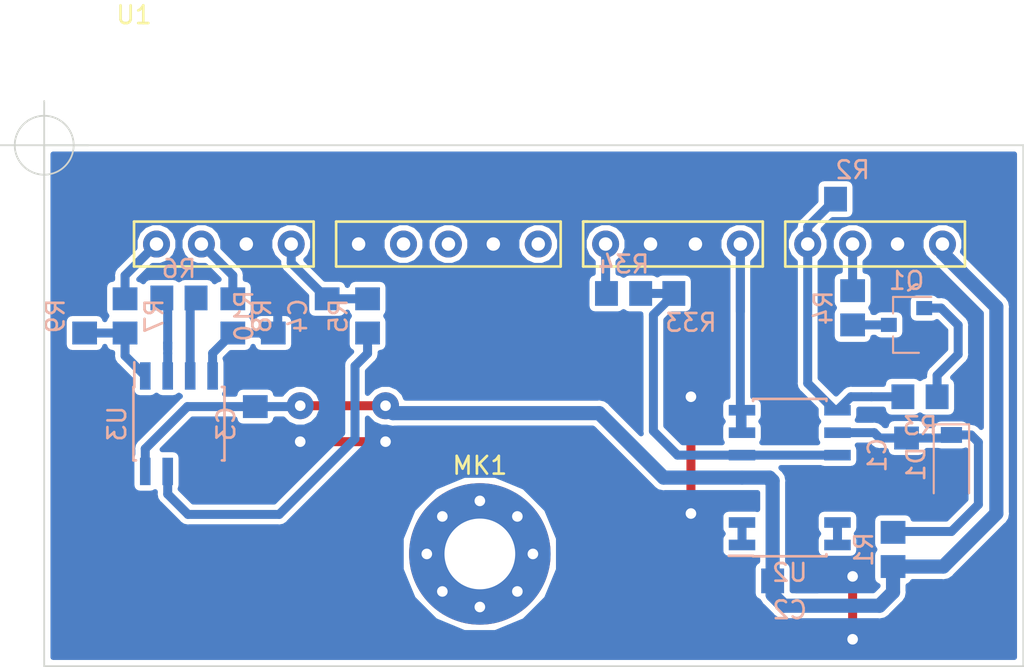
<source format=kicad_pcb>
(kicad_pcb (version 20171130) (host pcbnew "(5.0.0-rc2-dev-586-g888c43477)")

  (general
    (thickness 1.6)
    (drawings 5)
    (tracks 194)
    (zones 0)
    (modules 22)
    (nets 25)
  )

  (page A4)
  (layers
    (0 F.Cu signal)
    (31 B.Cu signal)
    (32 B.Adhes user hide)
    (33 F.Adhes user)
    (34 B.Paste user hide)
    (35 F.Paste user hide)
    (36 B.SilkS user hide)
    (37 F.SilkS user)
    (38 B.Mask user hide)
    (39 F.Mask user)
    (40 Dwgs.User user hide)
    (41 Cmts.User user hide)
    (42 Eco1.User user hide)
    (43 Eco2.User user hide)
    (44 Edge.Cuts user)
    (45 Margin user hide)
    (46 B.CrtYd user)
    (47 F.CrtYd user hide)
    (48 B.Fab user hide)
    (49 F.Fab user hide)
  )

  (setup
    (last_trace_width 0.508)
    (user_trace_width 0.635)
    (user_trace_width 0.8)
    (trace_clearance 0.3048)
    (zone_clearance 0.3048)
    (zone_45_only no)
    (trace_min 0.254)
    (segment_width 0.2)
    (edge_width 0.1)
    (via_size 1.524)
    (via_drill 0.6)
    (via_min_size 0.6)
    (via_min_drill 0.6)
    (user_via 1.524 0.6)
    (uvia_size 0.3)
    (uvia_drill 0.1)
    (uvias_allowed no)
    (uvia_min_size 0.2)
    (uvia_min_drill 0.1)
    (pcb_text_width 0.3)
    (pcb_text_size 1.5 1.5)
    (mod_edge_width 0.15)
    (mod_text_size 1 1)
    (mod_text_width 0.15)
    (pad_size 8 8)
    (pad_drill 4)
    (pad_to_mask_clearance 0)
    (aux_axis_origin 0 0)
    (visible_elements 7FFFFFFF)
    (pcbplotparams
      (layerselection 0x3ffff_ffffffff)
      (usegerberextensions false)
      (usegerberattributes false)
      (usegerberadvancedattributes false)
      (creategerberjobfile true)
      (excludeedgelayer true)
      (linewidth 0.100000)
      (plotframeref false)
      (viasonmask false)
      (mode 1)
      (useauxorigin false)
      (hpglpennumber 1)
      (hpglpenspeed 20)
      (hpglpendiameter 15)
      (psnegative false)
      (psa4output false)
      (plotreference true)
      (plotvalue true)
      (plotinvisibletext false)
      (padsonsilk false)
      (subtractmaskfromsilk false)
      (outputformat 1)
      (mirror false)
      (drillshape 0)
      (scaleselection 1)
      (outputdirectory GEBERS/))
  )

  (net 0 "")
  (net 1 "Net-(Q1-Pad3)")
  (net 2 GNDA)
  (net 3 "Net-(Q1-Pad1)")
  (net 4 /+3.9V)
  (net 5 +5VA)
  (net 6 "Net-(U2-Pad13)")
  (net 7 "Net-(U2-Pad1)")
  (net 8 "Net-(R6-Pad1)")
  (net 9 "Net-(R6-Pad2)")
  (net 10 "Net-(R5-Pad2)")
  (net 11 /Vpanel)
  (net 12 /PWM)
  (net 13 /BatOVInterrupt)
  (net 14 "Net-(R33-Pad1)")
  (net 15 /Vbat_SIG_IN)
  (net 16 /Vpanel_Ref)
  (net 17 /Vpanel_SIG)
  (net 18 /Vbat)
  (net 19 /Ipanel)
  (net 20 /Ipanel_Ref)
  (net 21 /Ipanel_SIG)
  (net 22 "Net-(R7-Pad1)")
  (net 23 "Net-(R10-Pad2)")
  (net 24 "Net-(U2-Pad4)")

  (net_class Default "Esta é a classe de net default."
    (clearance 0.3048)
    (trace_width 0.508)
    (via_dia 1.524)
    (via_drill 0.6)
    (uvia_dia 0.3)
    (uvia_drill 0.1)
    (diff_pair_gap 0.508)
    (diff_pair_width 0.3048)
    (add_net +5VA)
    (add_net /+3.9V)
    (add_net /BatOVInterrupt)
    (add_net /Ipanel)
    (add_net /Ipanel_Ref)
    (add_net /Ipanel_SIG)
    (add_net /PWM)
    (add_net /Vbat)
    (add_net /Vbat_SIG_IN)
    (add_net /Vpanel)
    (add_net /Vpanel_Ref)
    (add_net /Vpanel_SIG)
    (add_net GNDA)
    (add_net "Net-(Q1-Pad1)")
    (add_net "Net-(Q1-Pad3)")
    (add_net "Net-(R10-Pad2)")
    (add_net "Net-(R33-Pad1)")
    (add_net "Net-(R5-Pad2)")
    (add_net "Net-(R6-Pad1)")
    (add_net "Net-(R6-Pad2)")
    (add_net "Net-(R7-Pad1)")
    (add_net "Net-(U2-Pad1)")
    (add_net "Net-(U2-Pad13)")
    (add_net "Net-(U2-Pad4)")
  )

  (module Resistor_SMD:R_0805_2012Metric_Pad1.29x1.40mm_HandSolder (layer B.Cu) (tedit 5AC5DB74) (tstamp 5B119D4A)
    (at 34.036 24.384 90)
    (descr "Resistor SMD 0805 (2012 Metric), square (rectangular) end terminal, IPC_7351 nominal with elongated pad for handsoldering. (Body size source: http://www.tortai-tech.com/upload/download/2011102023233369053.pdf), generated with kicad-footprint-generator")
    (tags "resistor handsolder")
    (path /5B11E06E)
    (attr smd)
    (fp_text reference R8 (at 0 1.65 90) (layer B.SilkS)
      (effects (font (size 1 1) (thickness 0.15)) (justify mirror))
    )
    (fp_text value ?? (at 0 -1.65 90) (layer B.Fab)
      (effects (font (size 1 1) (thickness 0.15)) (justify mirror))
    )
    (fp_text user %R (at 0 0 90) (layer B.Fab)
      (effects (font (size 0.5 0.5) (thickness 0.08)) (justify mirror))
    )
    (fp_line (start 1.86 -0.95) (end -1.86 -0.95) (layer B.CrtYd) (width 0.05))
    (fp_line (start 1.86 0.95) (end 1.86 -0.95) (layer B.CrtYd) (width 0.05))
    (fp_line (start -1.86 0.95) (end 1.86 0.95) (layer B.CrtYd) (width 0.05))
    (fp_line (start -1.86 -0.95) (end -1.86 0.95) (layer B.CrtYd) (width 0.05))
    (fp_line (start 1 -0.6) (end -1 -0.6) (layer B.Fab) (width 0.1))
    (fp_line (start 1 0.6) (end 1 -0.6) (layer B.Fab) (width 0.1))
    (fp_line (start -1 0.6) (end 1 0.6) (layer B.Fab) (width 0.1))
    (fp_line (start -1 -0.6) (end -1 0.6) (layer B.Fab) (width 0.1))
    (pad 2 smd rect (at 0.9675 0 90) (size 1.295 1.4) (layers B.Cu B.Paste B.Mask)
      (net 17 /Vpanel_SIG))
    (pad 1 smd rect (at -0.9675 0 90) (size 1.295 1.4) (layers B.Cu B.Paste B.Mask)
      (net 23 "Net-(R10-Pad2)"))
    (model ${KISYS3DMOD}/Resistor_SMD.3dshapes/R_0805_2012Metric.wrl
      (at (xyz 0 0 0))
      (scale (xyz 1 1 1))
      (rotate (xyz 0 0 0))
    )
  )

  (module Resistor_SMD:R_0805_2012Metric_Pad1.29x1.40mm_HandSolder (layer B.Cu) (tedit 5AC5DB74) (tstamp 5B119D3B)
    (at 25.654 24.384 270)
    (descr "Resistor SMD 0805 (2012 Metric), square (rectangular) end terminal, IPC_7351 nominal with elongated pad for handsoldering. (Body size source: http://www.tortai-tech.com/upload/download/2011102023233369053.pdf), generated with kicad-footprint-generator")
    (tags "resistor handsolder")
    (path /5B11947E)
    (attr smd)
    (fp_text reference R9 (at 0 1.65 270) (layer B.SilkS)
      (effects (font (size 1 1) (thickness 0.15)) (justify mirror))
    )
    (fp_text value ?? (at 0 -1.65 270) (layer B.Fab)
      (effects (font (size 1 1) (thickness 0.15)) (justify mirror))
    )
    (fp_line (start -1 -0.6) (end -1 0.6) (layer B.Fab) (width 0.1))
    (fp_line (start -1 0.6) (end 1 0.6) (layer B.Fab) (width 0.1))
    (fp_line (start 1 0.6) (end 1 -0.6) (layer B.Fab) (width 0.1))
    (fp_line (start 1 -0.6) (end -1 -0.6) (layer B.Fab) (width 0.1))
    (fp_line (start -1.86 -0.95) (end -1.86 0.95) (layer B.CrtYd) (width 0.05))
    (fp_line (start -1.86 0.95) (end 1.86 0.95) (layer B.CrtYd) (width 0.05))
    (fp_line (start 1.86 0.95) (end 1.86 -0.95) (layer B.CrtYd) (width 0.05))
    (fp_line (start 1.86 -0.95) (end -1.86 -0.95) (layer B.CrtYd) (width 0.05))
    (fp_text user %R (at 0 0 270) (layer B.Fab)
      (effects (font (size 0.5 0.5) (thickness 0.08)) (justify mirror))
    )
    (pad 1 smd rect (at -0.9675 0 270) (size 1.295 1.4) (layers B.Cu B.Paste B.Mask)
      (net 2 GNDA))
    (pad 2 smd rect (at 0.9675 0 270) (size 1.295 1.4) (layers B.Cu B.Paste B.Mask)
      (net 22 "Net-(R7-Pad1)"))
    (model ${KISYS3DMOD}/Resistor_SMD.3dshapes/R_0805_2012Metric.wrl
      (at (xyz 0 0 0))
      (scale (xyz 1 1 1))
      (rotate (xyz 0 0 0))
    )
  )

  (module Resistor_SMD:R_0805_2012Metric_Pad1.29x1.40mm_HandSolder (layer B.Cu) (tedit 5AC5DB74) (tstamp 5B119D2C)
    (at 36.322 24.384 270)
    (descr "Resistor SMD 0805 (2012 Metric), square (rectangular) end terminal, IPC_7351 nominal with elongated pad for handsoldering. (Body size source: http://www.tortai-tech.com/upload/download/2011102023233369053.pdf), generated with kicad-footprint-generator")
    (tags "resistor handsolder")
    (path /5B11E0CA)
    (attr smd)
    (fp_text reference R10 (at 0 1.65 270) (layer B.SilkS)
      (effects (font (size 1 1) (thickness 0.15)) (justify mirror))
    )
    (fp_text value ?? (at 0 -1.65 270) (layer B.Fab)
      (effects (font (size 1 1) (thickness 0.15)) (justify mirror))
    )
    (fp_text user %R (at 0 0 270) (layer B.Fab)
      (effects (font (size 0.5 0.5) (thickness 0.08)) (justify mirror))
    )
    (fp_line (start 1.86 -0.95) (end -1.86 -0.95) (layer B.CrtYd) (width 0.05))
    (fp_line (start 1.86 0.95) (end 1.86 -0.95) (layer B.CrtYd) (width 0.05))
    (fp_line (start -1.86 0.95) (end 1.86 0.95) (layer B.CrtYd) (width 0.05))
    (fp_line (start -1.86 -0.95) (end -1.86 0.95) (layer B.CrtYd) (width 0.05))
    (fp_line (start 1 -0.6) (end -1 -0.6) (layer B.Fab) (width 0.1))
    (fp_line (start 1 0.6) (end 1 -0.6) (layer B.Fab) (width 0.1))
    (fp_line (start -1 0.6) (end 1 0.6) (layer B.Fab) (width 0.1))
    (fp_line (start -1 -0.6) (end -1 0.6) (layer B.Fab) (width 0.1))
    (pad 2 smd rect (at 0.9675 0 270) (size 1.295 1.4) (layers B.Cu B.Paste B.Mask)
      (net 23 "Net-(R10-Pad2)"))
    (pad 1 smd rect (at -0.9675 0 270) (size 1.295 1.4) (layers B.Cu B.Paste B.Mask)
      (net 2 GNDA))
    (model ${KISYS3DMOD}/Resistor_SMD.3dshapes/R_0805_2012Metric.wrl
      (at (xyz 0 0 0))
      (scale (xyz 1 1 1))
      (rotate (xyz 0 0 0))
    )
  )

  (module Resistor_SMD:R_0805_2012Metric_Pad1.29x1.40mm_HandSolder (layer B.Cu) (tedit 5AC5DB74) (tstamp 5B119D01)
    (at 27.94 24.384 90)
    (descr "Resistor SMD 0805 (2012 Metric), square (rectangular) end terminal, IPC_7351 nominal with elongated pad for handsoldering. (Body size source: http://www.tortai-tech.com/upload/download/2011102023233369053.pdf), generated with kicad-footprint-generator")
    (tags "resistor handsolder")
    (path /5B1193A4)
    (attr smd)
    (fp_text reference R7 (at 0 1.65 90) (layer B.SilkS)
      (effects (font (size 1 1) (thickness 0.15)) (justify mirror))
    )
    (fp_text value ?? (at 0 -1.65 90) (layer B.Fab)
      (effects (font (size 1 1) (thickness 0.15)) (justify mirror))
    )
    (fp_line (start -1 -0.6) (end -1 0.6) (layer B.Fab) (width 0.1))
    (fp_line (start -1 0.6) (end 1 0.6) (layer B.Fab) (width 0.1))
    (fp_line (start 1 0.6) (end 1 -0.6) (layer B.Fab) (width 0.1))
    (fp_line (start 1 -0.6) (end -1 -0.6) (layer B.Fab) (width 0.1))
    (fp_line (start -1.86 -0.95) (end -1.86 0.95) (layer B.CrtYd) (width 0.05))
    (fp_line (start -1.86 0.95) (end 1.86 0.95) (layer B.CrtYd) (width 0.05))
    (fp_line (start 1.86 0.95) (end 1.86 -0.95) (layer B.CrtYd) (width 0.05))
    (fp_line (start 1.86 -0.95) (end -1.86 -0.95) (layer B.CrtYd) (width 0.05))
    (fp_text user %R (at 0 0 90) (layer B.Fab)
      (effects (font (size 0.5 0.5) (thickness 0.08)) (justify mirror))
    )
    (pad 1 smd rect (at -0.9675 0 90) (size 1.295 1.4) (layers B.Cu B.Paste B.Mask)
      (net 22 "Net-(R7-Pad1)"))
    (pad 2 smd rect (at 0.9675 0 90) (size 1.295 1.4) (layers B.Cu B.Paste B.Mask)
      (net 16 /Vpanel_Ref))
    (model ${KISYS3DMOD}/Resistor_SMD.3dshapes/R_0805_2012Metric.wrl
      (at (xyz 0 0 0))
      (scale (xyz 1 1 1))
      (rotate (xyz 0 0 0))
    )
  )

  (module Capacitor_SMD:C_0805_2012Metric_Pad1.29x1.40mm_HandSolder (layer B.Cu) (tedit 5AC5DB74) (tstamp 5B117941)
    (at 35.306 30.48 270)
    (descr "Capacitor SMD 0805 (2012 Metric), square (rectangular) end terminal, IPC_7351 nominal with elongated pad for handsoldering. (Body size source: http://www.tortai-tech.com/upload/download/2011102023233369053.pdf), generated with kicad-footprint-generator")
    (tags "capacitor handsolder")
    (path /5B2B9B84)
    (attr smd)
    (fp_text reference C3 (at 0 1.65 270) (layer B.SilkS)
      (effects (font (size 1 1) (thickness 0.15)) (justify mirror))
    )
    (fp_text value 100nF (at 0 -1.65 270) (layer B.Fab)
      (effects (font (size 1 1) (thickness 0.15)) (justify mirror))
    )
    (fp_text user %R (at 0 0 270) (layer B.Fab)
      (effects (font (size 0.5 0.5) (thickness 0.08)) (justify mirror))
    )
    (fp_line (start 1.86 -0.95) (end -1.86 -0.95) (layer B.CrtYd) (width 0.05))
    (fp_line (start 1.86 0.95) (end 1.86 -0.95) (layer B.CrtYd) (width 0.05))
    (fp_line (start -1.86 0.95) (end 1.86 0.95) (layer B.CrtYd) (width 0.05))
    (fp_line (start -1.86 -0.95) (end -1.86 0.95) (layer B.CrtYd) (width 0.05))
    (fp_line (start 1 -0.6) (end -1 -0.6) (layer B.Fab) (width 0.1))
    (fp_line (start 1 0.6) (end 1 -0.6) (layer B.Fab) (width 0.1))
    (fp_line (start -1 0.6) (end 1 0.6) (layer B.Fab) (width 0.1))
    (fp_line (start -1 -0.6) (end -1 0.6) (layer B.Fab) (width 0.1))
    (pad 2 smd rect (at 0.9675 0 270) (size 1.295 1.4) (layers B.Cu B.Paste B.Mask)
      (net 2 GNDA))
    (pad 1 smd rect (at -0.9675 0 270) (size 1.295 1.4) (layers B.Cu B.Paste B.Mask)
      (net 5 +5VA))
    (model ${KISYS3DMOD}/Capacitor_SMD.3dshapes/C_0805_2012Metric.wrl
      (at (xyz 0 0 0))
      (scale (xyz 1 1 1))
      (rotate (xyz 0 0 0))
    )
  )

  (module Capacitor_SMD:C_0805_2012Metric_Pad1.29x1.40mm_HandSolder (layer B.Cu) (tedit 5AC5DB74) (tstamp 5B117932)
    (at 39.37 24.384 270)
    (descr "Capacitor SMD 0805 (2012 Metric), square (rectangular) end terminal, IPC_7351 nominal with elongated pad for handsoldering. (Body size source: http://www.tortai-tech.com/upload/download/2011102023233369053.pdf), generated with kicad-footprint-generator")
    (tags "capacitor handsolder")
    (path /5B29D496)
    (attr smd)
    (fp_text reference C4 (at 0 1.65 270) (layer B.SilkS)
      (effects (font (size 1 1) (thickness 0.15)) (justify mirror))
    )
    (fp_text value C_Small (at 0 -1.65 270) (layer B.Fab)
      (effects (font (size 1 1) (thickness 0.15)) (justify mirror))
    )
    (fp_line (start -1 -0.6) (end -1 0.6) (layer B.Fab) (width 0.1))
    (fp_line (start -1 0.6) (end 1 0.6) (layer B.Fab) (width 0.1))
    (fp_line (start 1 0.6) (end 1 -0.6) (layer B.Fab) (width 0.1))
    (fp_line (start 1 -0.6) (end -1 -0.6) (layer B.Fab) (width 0.1))
    (fp_line (start -1.86 -0.95) (end -1.86 0.95) (layer B.CrtYd) (width 0.05))
    (fp_line (start -1.86 0.95) (end 1.86 0.95) (layer B.CrtYd) (width 0.05))
    (fp_line (start 1.86 0.95) (end 1.86 -0.95) (layer B.CrtYd) (width 0.05))
    (fp_line (start 1.86 -0.95) (end -1.86 -0.95) (layer B.CrtYd) (width 0.05))
    (fp_text user %R (at 0 0 270) (layer B.Fab)
      (effects (font (size 0.5 0.5) (thickness 0.08)) (justify mirror))
    )
    (pad 1 smd rect (at -0.9675 0 270) (size 1.295 1.4) (layers B.Cu B.Paste B.Mask)
      (net 11 /Vpanel))
    (pad 2 smd rect (at 0.9675 0 270) (size 1.295 1.4) (layers B.Cu B.Paste B.Mask)
      (net 2 GNDA))
    (model ${KISYS3DMOD}/Capacitor_SMD.3dshapes/C_0805_2012Metric.wrl
      (at (xyz 0 0 0))
      (scale (xyz 1 1 1))
      (rotate (xyz 0 0 0))
    )
  )

  (module MountingHole:MountingHole_4mm_Pad_Via (layer F.Cu) (tedit 56DDC1BA) (tstamp 5B1178A7)
    (at 48.006 37.846)
    (descr "Mounting Hole 4mm")
    (tags "mounting hole 4mm")
    (path /5B349E53)
    (attr virtual)
    (fp_text reference MK1 (at 0 -5) (layer F.SilkS)
      (effects (font (size 1 1) (thickness 0.15)))
    )
    (fp_text value Mounting_Hole (at 0 5) (layer F.Fab)
      (effects (font (size 1 1) (thickness 0.15)))
    )
    (fp_text user %R (at 0.3 0) (layer F.Fab)
      (effects (font (size 1 1) (thickness 0.15)))
    )
    (fp_circle (center 0 0) (end 4 0) (layer Cmts.User) (width 0.15))
    (fp_circle (center 0 0) (end 4.25 0) (layer F.CrtYd) (width 0.05))
    (pad 1 thru_hole circle (at 0 0) (size 8 8) (drill 4) (layers *.Cu *.Mask))
    (pad 1 thru_hole circle (at 3 0) (size 0.9 0.9) (drill 0.6) (layers *.Cu *.Mask))
    (pad 1 thru_hole circle (at 2.12132 2.12132) (size 0.9 0.9) (drill 0.6) (layers *.Cu *.Mask))
    (pad 1 thru_hole circle (at 0 3) (size 0.9 0.9) (drill 0.6) (layers *.Cu *.Mask))
    (pad 1 thru_hole circle (at -2.12132 2.12132) (size 0.9 0.9) (drill 0.6) (layers *.Cu *.Mask))
    (pad 1 thru_hole circle (at -3 0) (size 0.9 0.9) (drill 0.6) (layers *.Cu *.Mask))
    (pad 1 thru_hole circle (at -2.12132 -2.12132) (size 0.9 0.9) (drill 0.6) (layers *.Cu *.Mask))
    (pad 1 thru_hole circle (at 0 -3) (size 0.9 0.9) (drill 0.6) (layers *.Cu *.Mask))
    (pad 1 thru_hole circle (at 2.12132 -2.12132) (size 0.9 0.9) (drill 0.6) (layers *.Cu *.Mask))
  )

  (module Package_SO:SOIC-8_3.9x4.9mm_P1.27mm (layer B.Cu) (tedit 5A02F2D3) (tstamp 5B117838)
    (at 30.988 30.48 270)
    (descr "8-Lead Plastic Small Outline (SN) - Narrow, 3.90 mm Body [SOIC] (see Microchip Packaging Specification 00000049BS.pdf)")
    (tags "SOIC 1.27")
    (path /5B28FB65)
    (attr smd)
    (fp_text reference U3 (at 0 3.5 270) (layer B.SilkS)
      (effects (font (size 1 1) (thickness 0.15)) (justify mirror))
    )
    (fp_text value INA826_D_8 (at 0 -3.5 270) (layer B.Fab)
      (effects (font (size 1 1) (thickness 0.15)) (justify mirror))
    )
    (fp_text user %R (at 0 0 270) (layer B.Fab)
      (effects (font (size 1 1) (thickness 0.15)) (justify mirror))
    )
    (fp_line (start -0.95 2.45) (end 1.95 2.45) (layer B.Fab) (width 0.1))
    (fp_line (start 1.95 2.45) (end 1.95 -2.45) (layer B.Fab) (width 0.1))
    (fp_line (start 1.95 -2.45) (end -1.95 -2.45) (layer B.Fab) (width 0.1))
    (fp_line (start -1.95 -2.45) (end -1.95 1.45) (layer B.Fab) (width 0.1))
    (fp_line (start -1.95 1.45) (end -0.95 2.45) (layer B.Fab) (width 0.1))
    (fp_line (start -3.73 2.7) (end -3.73 -2.7) (layer B.CrtYd) (width 0.05))
    (fp_line (start 3.73 2.7) (end 3.73 -2.7) (layer B.CrtYd) (width 0.05))
    (fp_line (start -3.73 2.7) (end 3.73 2.7) (layer B.CrtYd) (width 0.05))
    (fp_line (start -3.73 -2.7) (end 3.73 -2.7) (layer B.CrtYd) (width 0.05))
    (fp_line (start -2.075 2.575) (end -2.075 2.525) (layer B.SilkS) (width 0.15))
    (fp_line (start 2.075 2.575) (end 2.075 2.43) (layer B.SilkS) (width 0.15))
    (fp_line (start 2.075 -2.575) (end 2.075 -2.43) (layer B.SilkS) (width 0.15))
    (fp_line (start -2.075 -2.575) (end -2.075 -2.43) (layer B.SilkS) (width 0.15))
    (fp_line (start -2.075 2.575) (end 2.075 2.575) (layer B.SilkS) (width 0.15))
    (fp_line (start -2.075 -2.575) (end 2.075 -2.575) (layer B.SilkS) (width 0.15))
    (fp_line (start -2.075 2.525) (end -3.475 2.525) (layer B.SilkS) (width 0.15))
    (pad 1 smd rect (at -2.7 1.905 270) (size 1.55 0.6) (layers B.Cu B.Paste B.Mask)
      (net 22 "Net-(R7-Pad1)"))
    (pad 2 smd rect (at -2.7 0.635 270) (size 1.55 0.6) (layers B.Cu B.Paste B.Mask)
      (net 9 "Net-(R6-Pad2)"))
    (pad 3 smd rect (at -2.7 -0.635 270) (size 1.55 0.6) (layers B.Cu B.Paste B.Mask)
      (net 8 "Net-(R6-Pad1)"))
    (pad 4 smd rect (at -2.7 -1.905 270) (size 1.55 0.6) (layers B.Cu B.Paste B.Mask)
      (net 23 "Net-(R10-Pad2)"))
    (pad 5 smd rect (at 2.7 -1.905 270) (size 1.55 0.6) (layers B.Cu B.Paste B.Mask)
      (net 2 GNDA))
    (pad 6 smd rect (at 2.7 -0.635 270) (size 1.55 0.6) (layers B.Cu B.Paste B.Mask)
      (net 2 GNDA))
    (pad 7 smd rect (at 2.7 0.635 270) (size 1.55 0.6) (layers B.Cu B.Paste B.Mask)
      (net 10 "Net-(R5-Pad2)"))
    (pad 8 smd rect (at 2.7 1.905 270) (size 1.55 0.6) (layers B.Cu B.Paste B.Mask)
      (net 5 +5VA))
    (model ${KISYS3DMOD}/Package_SO.3dshapes/SOIC-8_3.9x4.9mm_P1.27mm.wrl
      (at (xyz 0 0 0))
      (scale (xyz 1 1 1))
      (rotate (xyz 0 0 0))
    )
  )

  (module Resistor_SMD:R_0805_2012Metric_Pad1.29x1.40mm_HandSolder (layer B.Cu) (tedit 5AC5DB74) (tstamp 5B117767)
    (at 41.656 24.384 270)
    (descr "Resistor SMD 0805 (2012 Metric), square (rectangular) end terminal, IPC_7351 nominal with elongated pad for handsoldering. (Body size source: http://www.tortai-tech.com/upload/download/2011102023233369053.pdf), generated with kicad-footprint-generator")
    (tags "resistor handsolder")
    (path /5B29D28D)
    (attr smd)
    (fp_text reference R5 (at 0 1.65 270) (layer B.SilkS)
      (effects (font (size 1 1) (thickness 0.15)) (justify mirror))
    )
    (fp_text value ?? (at 0 -1.65 270) (layer B.Fab)
      (effects (font (size 1 1) (thickness 0.15)) (justify mirror))
    )
    (fp_text user %R (at 0 0 270) (layer B.Fab)
      (effects (font (size 0.5 0.5) (thickness 0.08)) (justify mirror))
    )
    (fp_line (start 1.86 -0.95) (end -1.86 -0.95) (layer B.CrtYd) (width 0.05))
    (fp_line (start 1.86 0.95) (end 1.86 -0.95) (layer B.CrtYd) (width 0.05))
    (fp_line (start -1.86 0.95) (end 1.86 0.95) (layer B.CrtYd) (width 0.05))
    (fp_line (start -1.86 -0.95) (end -1.86 0.95) (layer B.CrtYd) (width 0.05))
    (fp_line (start 1 -0.6) (end -1 -0.6) (layer B.Fab) (width 0.1))
    (fp_line (start 1 0.6) (end 1 -0.6) (layer B.Fab) (width 0.1))
    (fp_line (start -1 0.6) (end 1 0.6) (layer B.Fab) (width 0.1))
    (fp_line (start -1 -0.6) (end -1 0.6) (layer B.Fab) (width 0.1))
    (pad 2 smd rect (at 0.9675 0 270) (size 1.295 1.4) (layers B.Cu B.Paste B.Mask)
      (net 10 "Net-(R5-Pad2)"))
    (pad 1 smd rect (at -0.9675 0 270) (size 1.295 1.4) (layers B.Cu B.Paste B.Mask)
      (net 11 /Vpanel))
    (model ${KISYS3DMOD}/Resistor_SMD.3dshapes/R_0805_2012Metric.wrl
      (at (xyz 0 0 0))
      (scale (xyz 1 1 1))
      (rotate (xyz 0 0 0))
    )
  )

  (module Resistor_SMD:R_0805_2012Metric_Pad1.29x1.40mm_HandSolder (layer B.Cu) (tedit 5AC5DB74) (tstamp 5B117758)
    (at 30.988 23.368 180)
    (descr "Resistor SMD 0805 (2012 Metric), square (rectangular) end terminal, IPC_7351 nominal with elongated pad for handsoldering. (Body size source: http://www.tortai-tech.com/upload/download/2011102023233369053.pdf), generated with kicad-footprint-generator")
    (tags "resistor handsolder")
    (path /5B292B35)
    (attr smd)
    (fp_text reference R6 (at 0 1.65 180) (layer B.SilkS)
      (effects (font (size 1 1) (thickness 0.15)) (justify mirror))
    )
    (fp_text value R_Gain (at 0 -1.65 180) (layer B.Fab)
      (effects (font (size 1 1) (thickness 0.15)) (justify mirror))
    )
    (fp_line (start -1 -0.6) (end -1 0.6) (layer B.Fab) (width 0.1))
    (fp_line (start -1 0.6) (end 1 0.6) (layer B.Fab) (width 0.1))
    (fp_line (start 1 0.6) (end 1 -0.6) (layer B.Fab) (width 0.1))
    (fp_line (start 1 -0.6) (end -1 -0.6) (layer B.Fab) (width 0.1))
    (fp_line (start -1.86 -0.95) (end -1.86 0.95) (layer B.CrtYd) (width 0.05))
    (fp_line (start -1.86 0.95) (end 1.86 0.95) (layer B.CrtYd) (width 0.05))
    (fp_line (start 1.86 0.95) (end 1.86 -0.95) (layer B.CrtYd) (width 0.05))
    (fp_line (start 1.86 -0.95) (end -1.86 -0.95) (layer B.CrtYd) (width 0.05))
    (fp_text user %R (at 0 0 180) (layer B.Fab)
      (effects (font (size 0.5 0.5) (thickness 0.08)) (justify mirror))
    )
    (pad 1 smd rect (at -0.9675 0 180) (size 1.295 1.4) (layers B.Cu B.Paste B.Mask)
      (net 8 "Net-(R6-Pad1)"))
    (pad 2 smd rect (at 0.9675 0 180) (size 1.295 1.4) (layers B.Cu B.Paste B.Mask)
      (net 9 "Net-(R6-Pad2)"))
    (model ${KISYS3DMOD}/Resistor_SMD.3dshapes/R_0805_2012Metric.wrl
      (at (xyz 0 0 0))
      (scale (xyz 1 1 1))
      (rotate (xyz 0 0 0))
    )
  )

  (module Package_TO_SOT_SMD:SOT-23 (layer B.Cu) (tedit 5A02FF57) (tstamp 5B23BFDC)
    (at 72.136 24.892 180)
    (descr "SOT-23, Standard")
    (tags SOT-23)
    (path /5AE42958)
    (attr smd)
    (fp_text reference Q1 (at 0 2.5 180) (layer B.SilkS)
      (effects (font (size 1 1) (thickness 0.15)) (justify mirror))
    )
    (fp_text value Q_NPN_Darlington_BEC (at 0 -2.5 180) (layer B.Fab)
      (effects (font (size 1 1) (thickness 0.15)) (justify mirror))
    )
    (fp_text user %R (at 0 0 90) (layer B.Fab)
      (effects (font (size 0.5 0.5) (thickness 0.075)) (justify mirror))
    )
    (fp_line (start -0.7 0.95) (end -0.7 -1.5) (layer B.Fab) (width 0.1))
    (fp_line (start -0.15 1.52) (end 0.7 1.52) (layer B.Fab) (width 0.1))
    (fp_line (start -0.7 0.95) (end -0.15 1.52) (layer B.Fab) (width 0.1))
    (fp_line (start 0.7 1.52) (end 0.7 -1.52) (layer B.Fab) (width 0.1))
    (fp_line (start -0.7 -1.52) (end 0.7 -1.52) (layer B.Fab) (width 0.1))
    (fp_line (start 0.76 -1.58) (end 0.76 -0.65) (layer B.SilkS) (width 0.12))
    (fp_line (start 0.76 1.58) (end 0.76 0.65) (layer B.SilkS) (width 0.12))
    (fp_line (start -1.7 1.75) (end 1.7 1.75) (layer B.CrtYd) (width 0.05))
    (fp_line (start 1.7 1.75) (end 1.7 -1.75) (layer B.CrtYd) (width 0.05))
    (fp_line (start 1.7 -1.75) (end -1.7 -1.75) (layer B.CrtYd) (width 0.05))
    (fp_line (start -1.7 -1.75) (end -1.7 1.75) (layer B.CrtYd) (width 0.05))
    (fp_line (start 0.76 1.58) (end -1.4 1.58) (layer B.SilkS) (width 0.12))
    (fp_line (start 0.76 -1.58) (end -0.7 -1.58) (layer B.SilkS) (width 0.12))
    (pad 1 smd rect (at -1 0.95 180) (size 0.9 0.8) (layers B.Cu B.Paste B.Mask)
      (net 3 "Net-(Q1-Pad1)"))
    (pad 2 smd rect (at -1 -0.95 180) (size 0.9 0.8) (layers B.Cu B.Paste B.Mask)
      (net 2 GNDA))
    (pad 3 smd rect (at 1 0 180) (size 0.9 0.8) (layers B.Cu B.Paste B.Mask)
      (net 1 "Net-(Q1-Pad3)"))
    (model ${KISYS3DMOD}/Package_TO_SOT_SMD.3dshapes/SOT-23.wrl
      (at (xyz 0 0 0))
      (scale (xyz 1 1 1))
      (rotate (xyz 0 0 0))
    )
  )

  (module MCCplaca:Signals (layer F.Cu) (tedit 5B0427B2) (tstamp 5B24ABDB)
    (at 28.448 7.62)
    (path /5B077C35)
    (fp_text reference U1 (at 0 -0.254) (layer F.SilkS)
      (effects (font (size 1 1) (thickness 0.15)))
    )
    (fp_text value Signals_MCC (at 0 -0.5) (layer F.Fab)
      (effects (font (size 1 1) (thickness 0.15)))
    )
    (fp_line (start 11.43 11.43) (end 11.43 13.97) (layer F.SilkS) (width 0.15))
    (fp_line (start 11.43 13.97) (end 24.13 13.97) (layer F.SilkS) (width 0.15))
    (fp_line (start 24.13 13.97) (end 24.13 11.684) (layer F.SilkS) (width 0.15))
    (fp_line (start 24.13 11.684) (end 24.13 11.43) (layer F.SilkS) (width 0.15))
    (fp_line (start 24.13 11.43) (end 11.43 11.43) (layer F.SilkS) (width 0.15))
    (fp_line (start 10.16 11.43) (end 10.16 13.97) (layer F.SilkS) (width 0.15))
    (fp_line (start 10.16 13.97) (end 0 13.97) (layer F.SilkS) (width 0.15))
    (fp_line (start 0 13.97) (end 0 11.43) (layer F.SilkS) (width 0.15))
    (fp_line (start 0 11.43) (end 10.16 11.43) (layer F.SilkS) (width 0.15))
    (fp_line (start 25.654 11.43) (end 25.4 11.43) (layer F.SilkS) (width 0.15))
    (fp_line (start 25.4 11.43) (end 25.4 13.97) (layer F.SilkS) (width 0.15))
    (fp_line (start 25.4 13.97) (end 35.56 13.97) (layer F.SilkS) (width 0.15))
    (fp_line (start 35.56 13.97) (end 35.56 11.43) (layer F.SilkS) (width 0.15))
    (fp_line (start 35.56 11.43) (end 25.4 11.43) (layer F.SilkS) (width 0.15))
    (fp_line (start 36.83 11.43) (end 36.83 13.97) (layer F.SilkS) (width 0.15))
    (fp_line (start 36.83 13.97) (end 46.99 13.97) (layer F.SilkS) (width 0.15))
    (fp_line (start 46.99 13.97) (end 46.99 11.43) (layer F.SilkS) (width 0.15))
    (fp_line (start 46.99 11.43) (end 36.83 11.43) (layer F.SilkS) (width 0.15))
    (pad 16 thru_hole circle (at 43.18 12.7) (size 1.524 1.524) (drill 0.762) (layers *.Cu *.Mask)
      (net 2 GNDA))
    (pad 15 thru_hole circle (at 40.64 12.7) (size 1.524 1.524) (drill 0.762) (layers *.Cu *.Mask)
      (net 12 /PWM))
    (pad 14 thru_hole circle (at 38.1 12.7) (size 1.524 1.524) (drill 0.762) (layers *.Cu *.Mask)
      (net 13 /BatOVInterrupt))
    (pad 13 thru_hole circle (at 34.29 12.7) (size 1.524 1.524) (drill 0.762) (layers *.Cu *.Mask)
      (net 18 /Vbat))
    (pad 12 thru_hole circle (at 31.75 12.7) (size 1.524 1.524) (drill 0.762) (layers *.Cu *.Mask)
      (net 2 GNDA))
    (pad 11 thru_hole circle (at 29.21 12.7) (size 1.524 1.524) (drill 0.762) (layers *.Cu *.Mask)
      (net 2 GNDA))
    (pad 10 thru_hole circle (at 26.67 12.7) (size 1.524 1.524) (drill 0.762) (layers *.Cu *.Mask)
      (net 15 /Vbat_SIG_IN))
    (pad 9 thru_hole circle (at 22.86 12.7) (size 1.524 1.524) (drill 0.762) (layers *.Cu *.Mask)
      (net 19 /Ipanel))
    (pad 8 thru_hole circle (at 20.32 12.7) (size 1.524 1.524) (drill 0.762) (layers *.Cu *.Mask)
      (net 2 GNDA))
    (pad 7 thru_hole circle (at 17.78 12.7) (size 1.524 1.524) (drill 0.762) (layers *.Cu *.Mask)
      (net 20 /Ipanel_Ref))
    (pad 6 thru_hole circle (at 15.24 12.7) (size 1.524 1.524) (drill 0.762) (layers *.Cu *.Mask)
      (net 21 /Ipanel_SIG))
    (pad 5 thru_hole circle (at 12.7 12.7) (size 1.524 1.524) (drill 0.762) (layers *.Cu *.Mask)
      (net 2 GNDA))
    (pad 4 thru_hole circle (at 8.89 12.7) (size 1.524 1.524) (drill 0.762) (layers *.Cu *.Mask)
      (net 11 /Vpanel))
    (pad 3 thru_hole circle (at 6.35 12.7) (size 1.524 1.524) (drill 0.762) (layers *.Cu *.Mask)
      (net 2 GNDA))
    (pad 2 thru_hole circle (at 3.81 12.7) (size 1.524 1.524) (drill 0.762) (layers *.Cu *.Mask)
      (net 17 /Vpanel_SIG))
    (pad 1 thru_hole circle (at 1.27 12.7) (size 1.524 1.524) (drill 0.762) (layers *.Cu *.Mask)
      (net 16 /Vpanel_Ref))
    (pad 17 thru_hole circle (at 45.72 12.7) (size 1.524 1.524) (drill 0.762) (layers *.Cu *.Mask)
      (net 5 +5VA))
  )

  (module Capacitor_SMD:C_0805_2012Metric_Pad1.29x1.40mm_HandSolder (layer B.Cu) (tedit 5AC5DB74) (tstamp 5B23C166)
    (at 72.136 32.258 270)
    (descr "Capacitor SMD 0805 (2012 Metric), square (rectangular) end terminal, IPC_7351 nominal with elongated pad for handsoldering. (Body size source: http://www.tortai-tech.com/upload/download/2011102023233369053.pdf), generated with kicad-footprint-generator")
    (tags "capacitor handsolder")
    (path /5AE3D07C)
    (attr smd)
    (fp_text reference C1 (at 0 1.65 270) (layer B.SilkS)
      (effects (font (size 1 1) (thickness 0.15)) (justify mirror))
    )
    (fp_text value C_Small (at 0 -1.65 270) (layer B.Fab)
      (effects (font (size 1 1) (thickness 0.15)) (justify mirror))
    )
    (fp_text user %R (at 0 0 270) (layer B.Fab)
      (effects (font (size 0.5 0.5) (thickness 0.08)) (justify mirror))
    )
    (fp_line (start 1.86 -0.95) (end -1.86 -0.95) (layer B.CrtYd) (width 0.05))
    (fp_line (start 1.86 0.95) (end 1.86 -0.95) (layer B.CrtYd) (width 0.05))
    (fp_line (start -1.86 0.95) (end 1.86 0.95) (layer B.CrtYd) (width 0.05))
    (fp_line (start -1.86 -0.95) (end -1.86 0.95) (layer B.CrtYd) (width 0.05))
    (fp_line (start 1 -0.6) (end -1 -0.6) (layer B.Fab) (width 0.1))
    (fp_line (start 1 0.6) (end 1 -0.6) (layer B.Fab) (width 0.1))
    (fp_line (start -1 0.6) (end 1 0.6) (layer B.Fab) (width 0.1))
    (fp_line (start -1 -0.6) (end -1 0.6) (layer B.Fab) (width 0.1))
    (pad 2 smd rect (at 0.9675 0 270) (size 1.295 1.4) (layers B.Cu B.Paste B.Mask)
      (net 2 GNDA))
    (pad 1 smd rect (at -0.9675 0 270) (size 1.295 1.4) (layers B.Cu B.Paste B.Mask)
      (net 4 /+3.9V))
    (model ${KISYS3DMOD}/Capacitor_SMD.3dshapes/C_0805_2012Metric.wrl
      (at (xyz 0 0 0))
      (scale (xyz 1 1 1))
      (rotate (xyz 0 0 0))
    )
  )

  (module Capacitor_SMD:C_0805_2012Metric_Pad1.29x1.40mm_HandSolder (layer B.Cu) (tedit 5AC5DB74) (tstamp 5B23C158)
    (at 65.532 39.37)
    (descr "Capacitor SMD 0805 (2012 Metric), square (rectangular) end terminal, IPC_7351 nominal with elongated pad for handsoldering. (Body size source: http://www.tortai-tech.com/upload/download/2011102023233369053.pdf), generated with kicad-footprint-generator")
    (tags "capacitor handsolder")
    (path /5AE416CD)
    (attr smd)
    (fp_text reference C2 (at 0 1.65) (layer B.SilkS)
      (effects (font (size 1 1) (thickness 0.15)) (justify mirror))
    )
    (fp_text value 100nF (at 0 -1.65) (layer B.Fab)
      (effects (font (size 1 1) (thickness 0.15)) (justify mirror))
    )
    (fp_line (start -1 -0.6) (end -1 0.6) (layer B.Fab) (width 0.1))
    (fp_line (start -1 0.6) (end 1 0.6) (layer B.Fab) (width 0.1))
    (fp_line (start 1 0.6) (end 1 -0.6) (layer B.Fab) (width 0.1))
    (fp_line (start 1 -0.6) (end -1 -0.6) (layer B.Fab) (width 0.1))
    (fp_line (start -1.86 -0.95) (end -1.86 0.95) (layer B.CrtYd) (width 0.05))
    (fp_line (start -1.86 0.95) (end 1.86 0.95) (layer B.CrtYd) (width 0.05))
    (fp_line (start 1.86 0.95) (end 1.86 -0.95) (layer B.CrtYd) (width 0.05))
    (fp_line (start 1.86 -0.95) (end -1.86 -0.95) (layer B.CrtYd) (width 0.05))
    (fp_text user %R (at 0 0) (layer B.Fab)
      (effects (font (size 0.5 0.5) (thickness 0.08)) (justify mirror))
    )
    (pad 1 smd rect (at -0.9675 0) (size 1.295 1.4) (layers B.Cu B.Paste B.Mask)
      (net 5 +5VA))
    (pad 2 smd rect (at 0.9675 0) (size 1.295 1.4) (layers B.Cu B.Paste B.Mask)
      (net 2 GNDA))
    (model ${KISYS3DMOD}/Capacitor_SMD.3dshapes/C_0805_2012Metric.wrl
      (at (xyz 0 0 0))
      (scale (xyz 1 1 1))
      (rotate (xyz 0 0 0))
    )
  )

  (module Diode_SMD:D_SOD-123 (layer B.Cu) (tedit 58645DC7) (tstamp 5B23C0BC)
    (at 74.676 32.766 270)
    (descr SOD-123)
    (tags SOD-123)
    (path /5AE3CBB9)
    (attr smd)
    (fp_text reference D1 (at 0 2 270) (layer B.SilkS)
      (effects (font (size 1 1) (thickness 0.15)) (justify mirror))
    )
    (fp_text value MMSZ5230BT1 (at 0 -2.1 270) (layer B.Fab)
      (effects (font (size 1 1) (thickness 0.15)) (justify mirror))
    )
    (fp_text user %R (at 0 2 270) (layer B.Fab)
      (effects (font (size 1 1) (thickness 0.15)) (justify mirror))
    )
    (fp_line (start -2.25 1) (end -2.25 -1) (layer B.SilkS) (width 0.12))
    (fp_line (start 0.25 0) (end 0.75 0) (layer B.Fab) (width 0.1))
    (fp_line (start 0.25 -0.4) (end -0.35 0) (layer B.Fab) (width 0.1))
    (fp_line (start 0.25 0.4) (end 0.25 -0.4) (layer B.Fab) (width 0.1))
    (fp_line (start -0.35 0) (end 0.25 0.4) (layer B.Fab) (width 0.1))
    (fp_line (start -0.35 0) (end -0.35 -0.55) (layer B.Fab) (width 0.1))
    (fp_line (start -0.35 0) (end -0.35 0.55) (layer B.Fab) (width 0.1))
    (fp_line (start -0.75 0) (end -0.35 0) (layer B.Fab) (width 0.1))
    (fp_line (start -1.4 -0.9) (end -1.4 0.9) (layer B.Fab) (width 0.1))
    (fp_line (start 1.4 -0.9) (end -1.4 -0.9) (layer B.Fab) (width 0.1))
    (fp_line (start 1.4 0.9) (end 1.4 -0.9) (layer B.Fab) (width 0.1))
    (fp_line (start -1.4 0.9) (end 1.4 0.9) (layer B.Fab) (width 0.1))
    (fp_line (start -2.35 1.15) (end 2.35 1.15) (layer B.CrtYd) (width 0.05))
    (fp_line (start 2.35 1.15) (end 2.35 -1.15) (layer B.CrtYd) (width 0.05))
    (fp_line (start 2.35 -1.15) (end -2.35 -1.15) (layer B.CrtYd) (width 0.05))
    (fp_line (start -2.35 1.15) (end -2.35 -1.15) (layer B.CrtYd) (width 0.05))
    (fp_line (start -2.25 -1) (end 1.65 -1) (layer B.SilkS) (width 0.12))
    (fp_line (start -2.25 1) (end 1.65 1) (layer B.SilkS) (width 0.12))
    (pad 1 smd rect (at -1.65 0 270) (size 0.9 1.2) (layers B.Cu B.Paste B.Mask)
      (net 4 /+3.9V))
    (pad 2 smd rect (at 1.65 0 270) (size 0.9 1.2) (layers B.Cu B.Paste B.Mask)
      (net 2 GNDA))
    (model ${KISYS3DMOD}/Diode_SMD.3dshapes/D_SOD-123.wrl
      (at (xyz 0 0 0))
      (scale (xyz 1 1 1))
      (rotate (xyz 0 0 0))
    )
  )

  (module Resistor_SMD:R_0805_2012Metric_Pad1.29x1.40mm_HandSolder (layer B.Cu) (tedit 5AC5DB74) (tstamp 5B23BF88)
    (at 71.374 37.592 270)
    (descr "Resistor SMD 0805 (2012 Metric), square (rectangular) end terminal, IPC_7351 nominal with elongated pad for handsoldering. (Body size source: http://www.tortai-tech.com/upload/download/2011102023233369053.pdf), generated with kicad-footprint-generator")
    (tags "resistor handsolder")
    (path /5AE3E4DF)
    (attr smd)
    (fp_text reference R1 (at 0 1.65 270) (layer B.SilkS)
      (effects (font (size 1 1) (thickness 0.15)) (justify mirror))
    )
    (fp_text value R_US (at 0 -1.65 270) (layer B.Fab)
      (effects (font (size 1 1) (thickness 0.15)) (justify mirror))
    )
    (fp_line (start -1 -0.6) (end -1 0.6) (layer B.Fab) (width 0.1))
    (fp_line (start -1 0.6) (end 1 0.6) (layer B.Fab) (width 0.1))
    (fp_line (start 1 0.6) (end 1 -0.6) (layer B.Fab) (width 0.1))
    (fp_line (start 1 -0.6) (end -1 -0.6) (layer B.Fab) (width 0.1))
    (fp_line (start -1.86 -0.95) (end -1.86 0.95) (layer B.CrtYd) (width 0.05))
    (fp_line (start -1.86 0.95) (end 1.86 0.95) (layer B.CrtYd) (width 0.05))
    (fp_line (start 1.86 0.95) (end 1.86 -0.95) (layer B.CrtYd) (width 0.05))
    (fp_line (start 1.86 -0.95) (end -1.86 -0.95) (layer B.CrtYd) (width 0.05))
    (fp_text user %R (at 0 0 270) (layer B.Fab)
      (effects (font (size 0.5 0.5) (thickness 0.08)) (justify mirror))
    )
    (pad 1 smd rect (at -0.9675 0 270) (size 1.295 1.4) (layers B.Cu B.Paste B.Mask)
      (net 4 /+3.9V))
    (pad 2 smd rect (at 0.9675 0 270) (size 1.295 1.4) (layers B.Cu B.Paste B.Mask)
      (net 5 +5VA))
    (model ${KISYS3DMOD}/Resistor_SMD.3dshapes/R_0805_2012Metric.wrl
      (at (xyz 0 0 0))
      (scale (xyz 1 1 1))
      (rotate (xyz 0 0 0))
    )
  )

  (module Resistor_SMD:R_0805_2012Metric_Pad1.29x1.40mm_HandSolder (layer B.Cu) (tedit 5AC5DB74) (tstamp 5B23BF7A)
    (at 69.088 17.78 180)
    (descr "Resistor SMD 0805 (2012 Metric), square (rectangular) end terminal, IPC_7351 nominal with elongated pad for handsoldering. (Body size source: http://www.tortai-tech.com/upload/download/2011102023233369053.pdf), generated with kicad-footprint-generator")
    (tags "resistor handsolder")
    (path /5AE40933)
    (attr smd)
    (fp_text reference R2 (at 0 1.65 180) (layer B.SilkS)
      (effects (font (size 1 1) (thickness 0.15)) (justify mirror))
    )
    (fp_text value R_US (at 0 -1.65 180) (layer B.Fab)
      (effects (font (size 1 1) (thickness 0.15)) (justify mirror))
    )
    (fp_text user %R (at 0 0 180) (layer B.Fab)
      (effects (font (size 0.5 0.5) (thickness 0.08)) (justify mirror))
    )
    (fp_line (start 1.86 -0.95) (end -1.86 -0.95) (layer B.CrtYd) (width 0.05))
    (fp_line (start 1.86 0.95) (end 1.86 -0.95) (layer B.CrtYd) (width 0.05))
    (fp_line (start -1.86 0.95) (end 1.86 0.95) (layer B.CrtYd) (width 0.05))
    (fp_line (start -1.86 -0.95) (end -1.86 0.95) (layer B.CrtYd) (width 0.05))
    (fp_line (start 1 -0.6) (end -1 -0.6) (layer B.Fab) (width 0.1))
    (fp_line (start 1 0.6) (end 1 -0.6) (layer B.Fab) (width 0.1))
    (fp_line (start -1 0.6) (end 1 0.6) (layer B.Fab) (width 0.1))
    (fp_line (start -1 -0.6) (end -1 0.6) (layer B.Fab) (width 0.1))
    (pad 2 smd rect (at 0.9675 0 180) (size 1.295 1.4) (layers B.Cu B.Paste B.Mask)
      (net 13 /BatOVInterrupt))
    (pad 1 smd rect (at -0.9675 0 180) (size 1.295 1.4) (layers B.Cu B.Paste B.Mask)
      (net 2 GNDA))
    (model ${KISYS3DMOD}/Resistor_SMD.3dshapes/R_0805_2012Metric.wrl
      (at (xyz 0 0 0))
      (scale (xyz 1 1 1))
      (rotate (xyz 0 0 0))
    )
  )

  (module Resistor_SMD:R_0805_2012Metric_Pad1.29x1.40mm_HandSolder (layer B.Cu) (tedit 5AC5DB74) (tstamp 5B23BF6C)
    (at 72.898 28.956)
    (descr "Resistor SMD 0805 (2012 Metric), square (rectangular) end terminal, IPC_7351 nominal with elongated pad for handsoldering. (Body size source: http://www.tortai-tech.com/upload/download/2011102023233369053.pdf), generated with kicad-footprint-generator")
    (tags "resistor handsolder")
    (path /5AE40003)
    (attr smd)
    (fp_text reference R3 (at 0 1.65) (layer B.SilkS)
      (effects (font (size 1 1) (thickness 0.15)) (justify mirror))
    )
    (fp_text value R_US (at 0 -1.65) (layer B.Fab)
      (effects (font (size 1 1) (thickness 0.15)) (justify mirror))
    )
    (fp_line (start -1 -0.6) (end -1 0.6) (layer B.Fab) (width 0.1))
    (fp_line (start -1 0.6) (end 1 0.6) (layer B.Fab) (width 0.1))
    (fp_line (start 1 0.6) (end 1 -0.6) (layer B.Fab) (width 0.1))
    (fp_line (start 1 -0.6) (end -1 -0.6) (layer B.Fab) (width 0.1))
    (fp_line (start -1.86 -0.95) (end -1.86 0.95) (layer B.CrtYd) (width 0.05))
    (fp_line (start -1.86 0.95) (end 1.86 0.95) (layer B.CrtYd) (width 0.05))
    (fp_line (start 1.86 0.95) (end 1.86 -0.95) (layer B.CrtYd) (width 0.05))
    (fp_line (start 1.86 -0.95) (end -1.86 -0.95) (layer B.CrtYd) (width 0.05))
    (fp_text user %R (at 0 0) (layer B.Fab)
      (effects (font (size 0.5 0.5) (thickness 0.08)) (justify mirror))
    )
    (pad 1 smd rect (at -0.9675 0) (size 1.295 1.4) (layers B.Cu B.Paste B.Mask)
      (net 13 /BatOVInterrupt))
    (pad 2 smd rect (at 0.9675 0) (size 1.295 1.4) (layers B.Cu B.Paste B.Mask)
      (net 3 "Net-(Q1-Pad1)"))
    (model ${KISYS3DMOD}/Resistor_SMD.3dshapes/R_0805_2012Metric.wrl
      (at (xyz 0 0 0))
      (scale (xyz 1 1 1))
      (rotate (xyz 0 0 0))
    )
  )

  (module Resistor_SMD:R_0805_2012Metric_Pad1.29x1.40mm_HandSolder (layer B.Cu) (tedit 5AC5DB74) (tstamp 5B23BF5E)
    (at 69.088 23.9245 270)
    (descr "Resistor SMD 0805 (2012 Metric), square (rectangular) end terminal, IPC_7351 nominal with elongated pad for handsoldering. (Body size source: http://www.tortai-tech.com/upload/download/2011102023233369053.pdf), generated with kicad-footprint-generator")
    (tags "resistor handsolder")
    (path /5AE45715)
    (attr smd)
    (fp_text reference R4 (at 0 1.65 270) (layer B.SilkS)
      (effects (font (size 1 1) (thickness 0.15)) (justify mirror))
    )
    (fp_text value R_US (at 0 -1.65 270) (layer B.Fab)
      (effects (font (size 1 1) (thickness 0.15)) (justify mirror))
    )
    (fp_text user %R (at 0 0 270) (layer B.Fab)
      (effects (font (size 0.5 0.5) (thickness 0.08)) (justify mirror))
    )
    (fp_line (start 1.86 -0.95) (end -1.86 -0.95) (layer B.CrtYd) (width 0.05))
    (fp_line (start 1.86 0.95) (end 1.86 -0.95) (layer B.CrtYd) (width 0.05))
    (fp_line (start -1.86 0.95) (end 1.86 0.95) (layer B.CrtYd) (width 0.05))
    (fp_line (start -1.86 -0.95) (end -1.86 0.95) (layer B.CrtYd) (width 0.05))
    (fp_line (start 1 -0.6) (end -1 -0.6) (layer B.Fab) (width 0.1))
    (fp_line (start 1 0.6) (end 1 -0.6) (layer B.Fab) (width 0.1))
    (fp_line (start -1 0.6) (end 1 0.6) (layer B.Fab) (width 0.1))
    (fp_line (start -1 -0.6) (end -1 0.6) (layer B.Fab) (width 0.1))
    (pad 2 smd rect (at 0.9675 0 270) (size 1.295 1.4) (layers B.Cu B.Paste B.Mask)
      (net 1 "Net-(Q1-Pad3)"))
    (pad 1 smd rect (at -0.9675 0 270) (size 1.295 1.4) (layers B.Cu B.Paste B.Mask)
      (net 12 /PWM))
    (model ${KISYS3DMOD}/Resistor_SMD.3dshapes/R_0805_2012Metric.wrl
      (at (xyz 0 0 0))
      (scale (xyz 1 1 1))
      (rotate (xyz 0 0 0))
    )
  )

  (module Resistor_SMD:R_0805_2012Metric_Pad1.29x1.40mm_HandSolder (layer B.Cu) (tedit 5AC5DB74) (tstamp 5B0B74AF)
    (at 59.944 23.114)
    (descr "Resistor SMD 0805 (2012 Metric), square (rectangular) end terminal, IPC_7351 nominal with elongated pad for handsoldering. (Body size source: http://www.tortai-tech.com/upload/download/2011102023233369053.pdf), generated with kicad-footprint-generator")
    (tags "resistor handsolder")
    (path /5B1F822C)
    (attr smd)
    (fp_text reference R33 (at 0 1.65) (layer B.SilkS)
      (effects (font (size 1 1) (thickness 0.15)) (justify mirror))
    )
    (fp_text value ?? (at 0 -1.65) (layer B.Fab)
      (effects (font (size 1 1) (thickness 0.15)) (justify mirror))
    )
    (fp_line (start -1 -0.6) (end -1 0.6) (layer B.Fab) (width 0.1))
    (fp_line (start -1 0.6) (end 1 0.6) (layer B.Fab) (width 0.1))
    (fp_line (start 1 0.6) (end 1 -0.6) (layer B.Fab) (width 0.1))
    (fp_line (start 1 -0.6) (end -1 -0.6) (layer B.Fab) (width 0.1))
    (fp_line (start -1.86 -0.95) (end -1.86 0.95) (layer B.CrtYd) (width 0.05))
    (fp_line (start -1.86 0.95) (end 1.86 0.95) (layer B.CrtYd) (width 0.05))
    (fp_line (start 1.86 0.95) (end 1.86 -0.95) (layer B.CrtYd) (width 0.05))
    (fp_line (start 1.86 -0.95) (end -1.86 -0.95) (layer B.CrtYd) (width 0.05))
    (fp_text user %R (at 0 0) (layer B.Fab)
      (effects (font (size 0.5 0.5) (thickness 0.08)) (justify mirror))
    )
    (pad 1 smd rect (at -0.9675 0) (size 1.295 1.4) (layers B.Cu B.Paste B.Mask)
      (net 14 "Net-(R33-Pad1)"))
    (pad 2 smd rect (at 0.9675 0) (size 1.295 1.4) (layers B.Cu B.Paste B.Mask)
      (net 2 GNDA))
    (model ${KISYS3DMOD}/Resistor_SMD.3dshapes/R_0805_2012Metric.wrl
      (at (xyz 0 0 0))
      (scale (xyz 1 1 1))
      (rotate (xyz 0 0 0))
    )
  )

  (module Resistor_SMD:R_0805_2012Metric_Pad1.29x1.40mm_HandSolder (layer B.Cu) (tedit 5AC5DB74) (tstamp 5B0B7491)
    (at 56.134 23.114 180)
    (descr "Resistor SMD 0805 (2012 Metric), square (rectangular) end terminal, IPC_7351 nominal with elongated pad for handsoldering. (Body size source: http://www.tortai-tech.com/upload/download/2011102023233369053.pdf), generated with kicad-footprint-generator")
    (tags "resistor handsolder")
    (path /5B1D4081)
    (attr smd)
    (fp_text reference R34 (at 0 1.65 180) (layer B.SilkS)
      (effects (font (size 1 1) (thickness 0.15)) (justify mirror))
    )
    (fp_text value ?? (at 0 -1.65 180) (layer B.Fab)
      (effects (font (size 1 1) (thickness 0.15)) (justify mirror))
    )
    (fp_line (start -1 -0.6) (end -1 0.6) (layer B.Fab) (width 0.1))
    (fp_line (start -1 0.6) (end 1 0.6) (layer B.Fab) (width 0.1))
    (fp_line (start 1 0.6) (end 1 -0.6) (layer B.Fab) (width 0.1))
    (fp_line (start 1 -0.6) (end -1 -0.6) (layer B.Fab) (width 0.1))
    (fp_line (start -1.86 -0.95) (end -1.86 0.95) (layer B.CrtYd) (width 0.05))
    (fp_line (start -1.86 0.95) (end 1.86 0.95) (layer B.CrtYd) (width 0.05))
    (fp_line (start 1.86 0.95) (end 1.86 -0.95) (layer B.CrtYd) (width 0.05))
    (fp_line (start 1.86 -0.95) (end -1.86 -0.95) (layer B.CrtYd) (width 0.05))
    (fp_text user %R (at 0 0 180) (layer B.Fab)
      (effects (font (size 0.5 0.5) (thickness 0.08)) (justify mirror))
    )
    (pad 1 smd rect (at -0.9675 0 180) (size 1.295 1.4) (layers B.Cu B.Paste B.Mask)
      (net 14 "Net-(R33-Pad1)"))
    (pad 2 smd rect (at 0.9675 0 180) (size 1.295 1.4) (layers B.Cu B.Paste B.Mask)
      (net 15 /Vbat_SIG_IN))
    (model ${KISYS3DMOD}/Resistor_SMD.3dshapes/R_0805_2012Metric.wrl
      (at (xyz 0 0 0))
      (scale (xyz 1 1 1))
      (rotate (xyz 0 0 0))
    )
  )

  (module Package_SO:SOIC-14_3.9x8.7mm_P1.27mm (layer B.Cu) (tedit 5A02F2D3) (tstamp 5B072DBB)
    (at 65.532 33.528)
    (descr "14-Lead Plastic Small Outline (SL) - Narrow, 3.90 mm Body [SOIC] (see Microchip Packaging Specification 00000049BS.pdf)")
    (tags "SOIC 1.27")
    (path /5AE3C771)
    (attr smd)
    (fp_text reference U2 (at 0 5.375) (layer B.SilkS)
      (effects (font (size 1 1) (thickness 0.15)) (justify mirror))
    )
    (fp_text value LM324 (at 0 -5.375) (layer B.Fab)
      (effects (font (size 1 1) (thickness 0.15)) (justify mirror))
    )
    (fp_text user %R (at 0 0) (layer B.Fab)
      (effects (font (size 0.9 0.9) (thickness 0.135)) (justify mirror))
    )
    (fp_line (start -0.95 4.35) (end 1.95 4.35) (layer B.Fab) (width 0.15))
    (fp_line (start 1.95 4.35) (end 1.95 -4.35) (layer B.Fab) (width 0.15))
    (fp_line (start 1.95 -4.35) (end -1.95 -4.35) (layer B.Fab) (width 0.15))
    (fp_line (start -1.95 -4.35) (end -1.95 3.35) (layer B.Fab) (width 0.15))
    (fp_line (start -1.95 3.35) (end -0.95 4.35) (layer B.Fab) (width 0.15))
    (fp_line (start -3.7 4.65) (end -3.7 -4.65) (layer B.CrtYd) (width 0.05))
    (fp_line (start 3.7 4.65) (end 3.7 -4.65) (layer B.CrtYd) (width 0.05))
    (fp_line (start -3.7 4.65) (end 3.7 4.65) (layer B.CrtYd) (width 0.05))
    (fp_line (start -3.7 -4.65) (end 3.7 -4.65) (layer B.CrtYd) (width 0.05))
    (fp_line (start -2.075 4.45) (end -2.075 4.425) (layer B.SilkS) (width 0.15))
    (fp_line (start 2.075 4.45) (end 2.075 4.335) (layer B.SilkS) (width 0.15))
    (fp_line (start 2.075 -4.45) (end 2.075 -4.335) (layer B.SilkS) (width 0.15))
    (fp_line (start -2.075 -4.45) (end -2.075 -4.335) (layer B.SilkS) (width 0.15))
    (fp_line (start -2.075 4.45) (end 2.075 4.45) (layer B.SilkS) (width 0.15))
    (fp_line (start -2.075 -4.45) (end 2.075 -4.45) (layer B.SilkS) (width 0.15))
    (fp_line (start -2.075 4.425) (end -3.45 4.425) (layer B.SilkS) (width 0.15))
    (pad 1 smd rect (at -2.7 3.81) (size 1.5 0.6) (layers B.Cu B.Paste B.Mask)
      (net 7 "Net-(U2-Pad1)"))
    (pad 2 smd rect (at -2.7 2.54) (size 1.5 0.6) (layers B.Cu B.Paste B.Mask)
      (net 7 "Net-(U2-Pad1)"))
    (pad 3 smd rect (at -2.7 1.27) (size 1.5 0.6) (layers B.Cu B.Paste B.Mask)
      (net 2 GNDA))
    (pad 4 smd rect (at -2.7 0) (size 1.5 0.6) (layers B.Cu B.Paste B.Mask)
      (net 24 "Net-(U2-Pad4)"))
    (pad 5 smd rect (at -2.7 -1.27) (size 1.5 0.6) (layers B.Cu B.Paste B.Mask)
      (net 14 "Net-(R33-Pad1)"))
    (pad 6 smd rect (at -2.7 -2.54) (size 1.5 0.6) (layers B.Cu B.Paste B.Mask)
      (net 18 /Vbat))
    (pad 7 smd rect (at -2.7 -3.81) (size 1.5 0.6) (layers B.Cu B.Paste B.Mask)
      (net 18 /Vbat))
    (pad 8 smd rect (at 2.7 -3.81) (size 1.5 0.6) (layers B.Cu B.Paste B.Mask)
      (net 13 /BatOVInterrupt))
    (pad 9 smd rect (at 2.7 -2.54) (size 1.5 0.6) (layers B.Cu B.Paste B.Mask)
      (net 4 /+3.9V))
    (pad 10 smd rect (at 2.7 -1.27) (size 1.5 0.6) (layers B.Cu B.Paste B.Mask)
      (net 14 "Net-(R33-Pad1)"))
    (pad 11 smd rect (at 2.7 0) (size 1.5 0.6) (layers B.Cu B.Paste B.Mask)
      (net 2 GNDA))
    (pad 12 smd rect (at 2.7 1.27) (size 1.5 0.6) (layers B.Cu B.Paste B.Mask)
      (net 2 GNDA))
    (pad 13 smd rect (at 2.7 2.54) (size 1.5 0.6) (layers B.Cu B.Paste B.Mask)
      (net 6 "Net-(U2-Pad13)"))
    (pad 14 smd rect (at 2.7 3.81) (size 1.5 0.6) (layers B.Cu B.Paste B.Mask)
      (net 6 "Net-(U2-Pad13)"))
    (model ${KISYS3DMOD}/Package_SO.3dshapes/SOIC-14_3.9x8.7mm_P1.27mm.wrl
      (at (xyz 0 0 0))
      (scale (xyz 1 1 1))
      (rotate (xyz 0 0 0))
    )
  )

  (target plus (at 23.368 14.732) (size 5) (width 0.1) (layer Edge.Cuts))
  (gr_line (start 78.74 44.196) (end 78.74 14.732) (layer Edge.Cuts) (width 0.1))
  (gr_line (start 23.368 44.196) (end 78.74 44.196) (layer Edge.Cuts) (width 0.1))
  (gr_line (start 23.368 14.732) (end 23.368 44.196) (layer Edge.Cuts) (width 0.1))
  (gr_line (start 78.74 14.732) (end 23.368 14.732) (layer Edge.Cuts) (width 0.1))

  (segment (start 71.136 24.892) (end 69.088 24.892) (width 0.508) (layer B.Cu) (net 1))
  (segment (start 48.4655 20.6225) (end 48.768 20.32) (width 0.508) (layer B.Cu) (net 2))
  (segment (start 67.782 33.528) (end 68.232 33.528) (width 0.508) (layer B.Cu) (net 2))
  (segment (start 66.974 33.528) (end 68.232 33.528) (width 0.508) (layer B.Cu) (net 2))
  (segment (start 66.4995 34.0025) (end 66.974 33.528) (width 0.508) (layer B.Cu) (net 2))
  (segment (start 66.4995 39.37) (end 66.4995 34.0025) (width 0.508) (layer B.Cu) (net 2))
  (segment (start 73.5805 34.416) (end 72.39 33.2255) (width 0.508) (layer B.Cu) (net 2))
  (segment (start 74.676 34.416) (end 73.5805 34.416) (width 0.508) (layer B.Cu) (net 2))
  (segment (start 70.3095 33.528) (end 68.232 33.528) (width 0.508) (layer B.Cu) (net 2))
  (segment (start 72.39 33.2255) (end 72.0875 33.528) (width 0.508) (layer B.Cu) (net 2))
  (segment (start 70.928 33.2255) (end 72.136 33.2255) (width 0.508) (layer B.Cu) (net 2))
  (segment (start 70.3095 33.528) (end 70.612 33.2255) (width 0.508) (layer B.Cu) (net 2))
  (segment (start 70.612 33.2255) (end 70.928 33.2255) (width 0.508) (layer B.Cu) (net 2))
  (segment (start 71.628 19.558) (end 71.628 20.32) (width 0.508) (layer B.Cu) (net 2))
  (segment (start 70.0555 17.78) (end 70.0555 17.9855) (width 0.508) (layer B.Cu) (net 2))
  (segment (start 70.0555 17.9855) (end 71.628 19.558) (width 0.508) (layer B.Cu) (net 2))
  (segment (start 62.832 34.798) (end 61.574 34.798) (width 0.508) (layer B.Cu) (net 2))
  (segment (start 61.574 34.798) (end 61.523199 34.848801) (width 0.508) (layer B.Cu) (net 2))
  (segment (start 68.232 34.798) (end 68.232 33.528) (width 0.508) (layer B.Cu) (net 2))
  (segment (start 48.514 20.574) (end 48.768 20.32) (width 0.508) (layer B.Cu) (net 2))
  (segment (start 48.514 20.707486) (end 48.514 20.574) (width 0.508) (layer B.Cu) (net 2))
  (segment (start 60.9115 21.0335) (end 60.198 20.32) (width 0.508) (layer B.Cu) (net 2))
  (segment (start 60.9115 23.114) (end 60.9115 21.0335) (width 0.508) (layer B.Cu) (net 2))
  (segment (start 60.198 20.32) (end 57.658 20.32) (width 0.508) (layer B.Cu) (net 2))
  (segment (start 60.198 20.32) (end 64.389 16.129) (width 0.508) (layer B.Cu) (net 2))
  (segment (start 70.0555 16.572) (end 70.0555 17.78) (width 0.508) (layer B.Cu) (net 2))
  (segment (start 64.389 16.129) (end 69.6125 16.129) (width 0.508) (layer B.Cu) (net 2))
  (segment (start 69.6125 16.129) (end 70.0555 16.572) (width 0.508) (layer B.Cu) (net 2))
  (segment (start 34.798 20.32) (end 36.576 18.542) (width 0.508) (layer B.Cu) (net 2))
  (segment (start 39.37 18.542) (end 41.148 20.32) (width 0.508) (layer B.Cu) (net 2))
  (segment (start 36.576 18.542) (end 39.37 18.542) (width 0.508) (layer B.Cu) (net 2))
  (segment (start 46.99 18.542) (end 48.768 20.32) (width 0.508) (layer B.Cu) (net 2))
  (segment (start 39.37 18.542) (end 46.99 18.542) (width 0.508) (layer B.Cu) (net 2))
  (segment (start 58.42 18.542) (end 60.198 20.32) (width 0.508) (layer B.Cu) (net 2))
  (segment (start 46.99 18.542) (end 58.42 18.542) (width 0.508) (layer B.Cu) (net 2))
  (via (at 59.944 28.956) (size 1.524) (drill 0.6) (layers F.Cu B.Cu) (net 2))
  (segment (start 60.96 27.94) (end 60.705999 28.194001) (width 0.508) (layer B.Cu) (net 2))
  (segment (start 60.96 22.4625) (end 60.96 27.94) (width 0.508) (layer B.Cu) (net 2))
  (segment (start 60.705999 28.194001) (end 59.944 28.956) (width 0.508) (layer B.Cu) (net 2))
  (via (at 59.944 35.559978) (size 1.524) (drill 0.6) (layers F.Cu B.Cu) (net 2))
  (segment (start 59.944 28.956) (end 59.944 35.559978) (width 0.508) (layer F.Cu) (net 2))
  (segment (start 61.472377 34.797979) (end 60.705999 34.797979) (width 0.508) (layer B.Cu) (net 2))
  (segment (start 61.523199 34.848801) (end 61.472377 34.797979) (width 0.508) (layer B.Cu) (net 2))
  (segment (start 60.705999 34.797979) (end 59.944 35.559978) (width 0.508) (layer B.Cu) (net 2))
  (via (at 69.088026 42.672) (size 1.524) (drill 0.6) (layers F.Cu B.Cu) (net 2))
  (segment (start 68.010396 42.672) (end 69.088026 42.672) (width 0.508) (layer B.Cu) (net 2))
  (segment (start 65.47037 42.672) (end 68.010396 42.672) (width 0.508) (layer B.Cu) (net 2))
  (segment (start 61.523199 38.724829) (end 65.47037 42.672) (width 0.508) (layer B.Cu) (net 2))
  (segment (start 61.523199 34.848801) (end 61.523199 38.724829) (width 0.508) (layer B.Cu) (net 2))
  (via (at 69.088 39.116) (size 1.524) (drill 0.6) (layers F.Cu B.Cu) (net 2))
  (segment (start 69.088026 42.672) (end 69.088026 39.116026) (width 0.508) (layer F.Cu) (net 2))
  (segment (start 69.088026 39.116026) (end 69.088 39.116) (width 0.508) (layer F.Cu) (net 2))
  (segment (start 68.834 39.37) (end 69.088 39.116) (width 0.508) (layer B.Cu) (net 2))
  (segment (start 66.4995 39.37) (end 68.834 39.37) (width 0.508) (layer B.Cu) (net 2))
  (via (at 42.672 31.496) (size 1.524) (drill 0.6) (layers F.Cu B.Cu) (net 2))
  (segment (start 59.944 35.559978) (end 58.86637 35.559978) (width 0.8) (layer B.Cu) (net 2))
  (segment (start 58.86637 35.559978) (end 54.294387 30.987995) (width 0.8) (layer B.Cu) (net 2))
  (segment (start 34.6255 31.4475) (end 32.893 33.18) (width 0.508) (layer B.Cu) (net 2))
  (segment (start 34.798 31.4475) (end 34.6255 31.4475) (width 0.508) (layer B.Cu) (net 2))
  (segment (start 25.654 23.4165) (end 25.654 21.59) (width 0.508) (layer B.Cu) (net 2))
  (segment (start 25.654 21.59) (end 28.448 18.796) (width 0.508) (layer B.Cu) (net 2))
  (segment (start 33.274 18.796) (end 34.798 20.32) (width 0.508) (layer B.Cu) (net 2))
  (segment (start 28.448 18.796) (end 33.274 18.796) (width 0.508) (layer B.Cu) (net 2))
  (segment (start 34.798 20.32) (end 36.576 22.098) (width 0.508) (layer B.Cu) (net 2))
  (segment (start 36.576 22.098) (end 36.576 25.146) (width 0.508) (layer B.Cu) (net 2))
  (segment (start 42.672 31.496) (end 42.926 31.496) (width 0.8) (layer B.Cu) (net 2))
  (segment (start 43.434005 30.987995) (end 54.294387 30.987995) (width 0.8) (layer B.Cu) (net 2))
  (segment (start 42.926 31.496) (end 43.434005 30.987995) (width 0.8) (layer B.Cu) (net 2))
  (segment (start 39.37 26.416) (end 39.37 25.3515) (width 0.508) (layer B.Cu) (net 2))
  (segment (start 31.623 34.463) (end 31.958 34.798) (width 0.508) (layer B.Cu) (net 2))
  (segment (start 31.623 33.18) (end 31.623 34.463) (width 0.508) (layer B.Cu) (net 2))
  (segment (start 31.958 34.798) (end 36.322 34.798) (width 0.508) (layer B.Cu) (net 2))
  (segment (start 36.322 34.798) (end 40.132 30.988) (width 0.508) (layer B.Cu) (net 2))
  (segment (start 40.132 30.988) (end 40.132 27.178) (width 0.508) (layer B.Cu) (net 2))
  (segment (start 40.132 27.178) (end 39.37 26.416) (width 0.508) (layer B.Cu) (net 2))
  (segment (start 37.846 23.368) (end 36.576 22.098) (width 0.508) (layer B.Cu) (net 2))
  (segment (start 37.846 25.0355) (end 37.846 23.368) (width 0.508) (layer B.Cu) (net 2))
  (segment (start 39.37 25.3515) (end 38.162 25.3515) (width 0.508) (layer B.Cu) (net 2))
  (segment (start 38.162 25.3515) (end 37.846 25.0355) (width 0.508) (layer B.Cu) (net 2))
  (segment (start 42.672 31.496) (end 41.59437 31.496) (width 0.508) (layer F.Cu) (net 2))
  (segment (start 34.798 31.4475) (end 37.7975 31.4475) (width 0.508) (layer B.Cu) (net 2))
  (segment (start 37.7975 31.4475) (end 37.846 31.496) (width 0.508) (layer B.Cu) (net 2))
  (segment (start 41.59437 31.496) (end 37.846 31.496) (width 0.508) (layer F.Cu) (net 2))
  (via (at 37.846 31.496) (size 1.524) (drill 0.6) (layers F.Cu B.Cu) (net 2))
  (segment (start 74.094 23.942) (end 73.136 23.942) (width 0.508) (layer B.Cu) (net 3))
  (segment (start 73.8655 27.748) (end 75.057 26.5565) (width 0.508) (layer B.Cu) (net 3))
  (segment (start 73.8655 28.956) (end 73.8655 27.748) (width 0.508) (layer B.Cu) (net 3))
  (segment (start 75.057 24.905) (end 74.094 23.942) (width 0.508) (layer B.Cu) (net 3))
  (segment (start 75.057 26.5565) (end 75.057 24.905) (width 0.508) (layer B.Cu) (net 3))
  (segment (start 74.5015 31.2905) (end 74.676 31.116) (width 0.508) (layer B.Cu) (net 4))
  (segment (start 72.39 31.2905) (end 74.5015 31.2905) (width 0.508) (layer B.Cu) (net 4))
  (segment (start 70.3095 30.988) (end 68.232 30.988) (width 0.508) (layer B.Cu) (net 4))
  (segment (start 72.39 31.2905) (end 72.0875 30.988) (width 0.508) (layer B.Cu) (net 4))
  (segment (start 70.612 31.2905) (end 72.136 31.2905) (width 0.508) (layer B.Cu) (net 4))
  (segment (start 70.3095 30.988) (end 70.612 31.2905) (width 0.508) (layer B.Cu) (net 4))
  (segment (start 71.4225 36.576) (end 71.374 36.6245) (width 0.508) (layer B.Cu) (net 4))
  (segment (start 74.676 36.576) (end 71.4225 36.576) (width 0.508) (layer B.Cu) (net 4))
  (segment (start 76.2 35.052) (end 74.676 36.576) (width 0.508) (layer B.Cu) (net 4))
  (segment (start 76.2 31.532) (end 76.2 35.052) (width 0.508) (layer B.Cu) (net 4))
  (segment (start 74.676 31.116) (end 75.784 31.116) (width 0.508) (layer B.Cu) (net 4))
  (segment (start 75.784 31.116) (end 76.2 31.532) (width 0.508) (layer B.Cu) (net 4))
  (segment (start 64.5645 38.162) (end 64.5645 39.37) (width 0.508) (layer B.Cu) (net 5))
  (segment (start 64.5645 34.0025) (end 64.5645 38.162) (width 0.508) (layer B.Cu) (net 5))
  (segment (start 62.832 33.528) (end 64.09 33.528) (width 0.508) (layer B.Cu) (net 5))
  (segment (start 64.09 33.528) (end 64.5645 34.0025) (width 0.508) (layer B.Cu) (net 5))
  (segment (start 64.5645 40.1805) (end 64.5645 39.37) (width 0.508) (layer B.Cu) (net 5))
  (segment (start 65.024 40.64) (end 64.5645 40.1805) (width 0.508) (layer B.Cu) (net 5))
  (segment (start 65.035199 40.628801) (end 65.024 40.64) (width 0.508) (layer B.Cu) (net 5))
  (segment (start 64.5645 37.87) (end 64.5645 39.37) (width 0.8) (layer B.Cu) (net 5))
  (segment (start 64.5645 33.7105) (end 64.5645 37.87) (width 0.8) (layer B.Cu) (net 5))
  (segment (start 62.832 33.528) (end 64.382 33.528) (width 0.8) (layer B.Cu) (net 5))
  (segment (start 64.382 33.528) (end 64.5645 33.7105) (width 0.8) (layer B.Cu) (net 5))
  (segment (start 64.5645 40.158102) (end 65.035199 40.628801) (width 0.8) (layer B.Cu) (net 5))
  (segment (start 64.5645 39.37) (end 64.5645 40.158102) (width 0.8) (layer B.Cu) (net 5))
  (segment (start 65.035199 40.628801) (end 65.181199 40.774801) (width 0.8) (layer B.Cu) (net 5))
  (segment (start 71.374 40.007) (end 71.374 38.5595) (width 0.8) (layer B.Cu) (net 5))
  (segment (start 70.606199 40.774801) (end 71.374 40.007) (width 0.8) (layer B.Cu) (net 5))
  (segment (start 65.181199 40.774801) (end 70.606199 40.774801) (width 0.8) (layer B.Cu) (net 5))
  (segment (start 74.168 20.828) (end 74.168 20.32) (width 0.8) (layer B.Cu) (net 5))
  (segment (start 77.216 23.876) (end 74.168 20.828) (width 0.8) (layer B.Cu) (net 5))
  (segment (start 77.216 35.56) (end 77.216 23.876) (width 0.8) (layer B.Cu) (net 5))
  (segment (start 71.374 38.5595) (end 74.2165 38.5595) (width 0.8) (layer B.Cu) (net 5))
  (segment (start 74.2165 38.5595) (end 77.216 35.56) (width 0.8) (layer B.Cu) (net 5))
  (segment (start 29.083 31.897) (end 29.083 33.18) (width 0.508) (layer B.Cu) (net 5))
  (segment (start 34.798 29.5125) (end 31.4675 29.5125) (width 0.508) (layer B.Cu) (net 5))
  (segment (start 31.4675 29.5125) (end 29.083 31.897) (width 0.508) (layer B.Cu) (net 5))
  (via (at 42.672002 29.464) (size 1.524) (drill 0.6) (layers F.Cu B.Cu) (net 5))
  (segment (start 43.091187 29.883185) (end 42.672002 29.464) (width 0.8) (layer B.Cu) (net 5))
  (segment (start 54.752014 29.883185) (end 43.091187 29.883185) (width 0.8) (layer B.Cu) (net 5))
  (segment (start 62.832 33.528) (end 58.396828 33.528) (width 0.8) (layer B.Cu) (net 5))
  (segment (start 58.396828 33.528) (end 54.752014 29.883185) (width 0.8) (layer B.Cu) (net 5))
  (via (at 37.846 29.464) (size 1.524) (drill 0.6) (layers F.Cu B.Cu) (net 5))
  (segment (start 37.7975 29.5125) (end 37.846 29.464) (width 0.508) (layer B.Cu) (net 5))
  (segment (start 42.672002 29.464) (end 37.846 29.464) (width 0.508) (layer F.Cu) (net 5))
  (segment (start 34.798 29.5125) (end 37.7975 29.5125) (width 0.508) (layer B.Cu) (net 5))
  (segment (start 68.232 37.338) (end 68.232 36.068) (width 0.508) (layer B.Cu) (net 6))
  (segment (start 62.832 37.338) (end 62.832 36.068) (width 0.508) (layer B.Cu) (net 7))
  (segment (start 31.623 23.7005) (end 31.9555 23.368) (width 0.508) (layer B.Cu) (net 8))
  (segment (start 31.623 27.78) (end 31.623 23.7005) (width 0.508) (layer B.Cu) (net 8))
  (segment (start 30.353 23.7005) (end 30.0205 23.368) (width 0.508) (layer B.Cu) (net 9))
  (segment (start 30.353 26.497) (end 30.353 25.908) (width 0.508) (layer B.Cu) (net 9))
  (segment (start 30.353 27.78) (end 30.353 26.497) (width 0.508) (layer B.Cu) (net 9))
  (segment (start 30.353 26.256) (end 30.353 25.908) (width 0.508) (layer B.Cu) (net 9))
  (segment (start 30.353 25.908) (end 30.353 23.7005) (width 0.508) (layer B.Cu) (net 9))
  (segment (start 30.353 33.18) (end 30.353 34.463) (width 0.508) (layer B.Cu) (net 10))
  (segment (start 40.944811 27.218189) (end 41.656 26.507) (width 0.508) (layer B.Cu) (net 10))
  (segment (start 41.656 26.507) (end 41.656 25.3515) (width 0.508) (layer B.Cu) (net 10))
  (segment (start 40.944811 31.324677) (end 40.944811 27.218189) (width 0.508) (layer B.Cu) (net 10))
  (segment (start 36.658677 35.610811) (end 40.944811 31.324677) (width 0.508) (layer B.Cu) (net 10))
  (segment (start 31.50081 35.61081) (end 36.658677 35.610811) (width 0.508) (layer B.Cu) (net 10))
  (segment (start 30.353 34.463) (end 31.50081 35.61081) (width 0.508) (layer B.Cu) (net 10))
  (segment (start 37.592 20.574) (end 37.338 20.32) (width 0.508) (layer B.Cu) (net 11))
  (segment (start 39.37 23.4165) (end 41.656 23.4165) (width 0.508) (layer B.Cu) (net 11))
  (segment (start 37.338 21.3845) (end 39.37 23.4165) (width 0.508) (layer B.Cu) (net 11))
  (segment (start 37.338 20.32) (end 37.338 21.3845) (width 0.508) (layer B.Cu) (net 11))
  (segment (start 69.088 20.32) (end 69.088 22.957) (width 0.508) (layer B.Cu) (net 12))
  (segment (start 66.548 19.3525) (end 68.1205 17.78) (width 0.508) (layer B.Cu) (net 13))
  (segment (start 66.548 20.32) (end 66.548 19.3525) (width 0.508) (layer B.Cu) (net 13))
  (segment (start 68.994 28.956) (end 68.232 29.718) (width 0.508) (layer B.Cu) (net 13))
  (segment (start 70.1525 28.956) (end 68.994 28.956) (width 0.508) (layer B.Cu) (net 13))
  (segment (start 70.1525 28.956) (end 71.9305 28.956) (width 0.508) (layer B.Cu) (net 13))
  (segment (start 68.072 29.718) (end 68.232 29.718) (width 0.508) (layer B.Cu) (net 13))
  (segment (start 66.548 20.32) (end 66.548 28.194) (width 0.508) (layer B.Cu) (net 13))
  (segment (start 66.548 28.194) (end 68.072 29.718) (width 0.508) (layer B.Cu) (net 13))
  (segment (start 68.232 32.258) (end 62.832 32.258) (width 0.508) (layer B.Cu) (net 14))
  (segment (start 57.1015 23.114) (end 58.9765 23.114) (width 0.508) (layer B.Cu) (net 14))
  (segment (start 58.9765 23.1665) (end 58.9765 23.114) (width 0.508) (layer B.Cu) (net 14))
  (segment (start 57.821 24.322) (end 58.9765 23.1665) (width 0.508) (layer B.Cu) (net 14))
  (segment (start 57.821 30.897) (end 57.821 24.322) (width 0.508) (layer B.Cu) (net 14))
  (segment (start 62.832 32.258) (end 59.182 32.258) (width 0.508) (layer B.Cu) (net 14))
  (segment (start 59.182 32.258) (end 57.821 30.897) (width 0.508) (layer B.Cu) (net 14))
  (segment (start 55.118 20.32) (end 55.118 22.86) (width 0.508) (layer B.Cu) (net 15))
  (segment (start 55.118 22.86) (end 55.0695 22.9085) (width 0.508) (layer B.Cu) (net 15))
  (segment (start 27.94 22.098) (end 27.94 23.4165) (width 0.508) (layer B.Cu) (net 16))
  (segment (start 29.718 20.32) (end 27.94 22.098) (width 0.508) (layer B.Cu) (net 16))
  (segment (start 33.274 21.336) (end 32.258 20.32) (width 0.508) (layer B.Cu) (net 17))
  (segment (start 34.036 23.4165) (end 34.036 22.098) (width 0.508) (layer B.Cu) (net 17))
  (segment (start 34.036 22.098) (end 33.274 21.336) (width 0.508) (layer B.Cu) (net 17))
  (segment (start 62.382 29.718) (end 62.832 29.718) (width 0.508) (layer B.Cu) (net 18))
  (segment (start 62.738 20.32) (end 62.738 24.13) (width 0.508) (layer B.Cu) (net 18))
  (segment (start 62.738 30.894) (end 62.832 30.988) (width 0.508) (layer B.Cu) (net 18))
  (segment (start 62.738 20.32) (end 62.738 30.894) (width 0.508) (layer B.Cu) (net 18))
  (segment (start 62.832 29.718) (end 62.832 30.988) (width 0.508) (layer B.Cu) (net 18))
  (segment (start 46.308 20.4) (end 46.228 20.32) (width 0.508) (layer B.Cu) (net 20))
  (segment (start 46.0055 20.5425) (end 46.228 20.32) (width 0.508) (layer B.Cu) (net 20))
  (segment (start 45.9255 20.6225) (end 46.228 20.32) (width 0.508) (layer B.Cu) (net 20))
  (segment (start 43.608 20.4) (end 43.688 20.32) (width 0.508) (layer B.Cu) (net 21))
  (segment (start 27.94 26.637) (end 29.083 27.78) (width 0.508) (layer B.Cu) (net 22))
  (segment (start 27.94 25.3515) (end 27.94 26.637) (width 0.508) (layer B.Cu) (net 22))
  (segment (start 25.654 25.3515) (end 27.94 25.3515) (width 0.508) (layer B.Cu) (net 22))
  (segment (start 32.893 26.4945) (end 34.036 25.3515) (width 0.508) (layer B.Cu) (net 23))
  (segment (start 32.893 27.78) (end 32.893 26.4945) (width 0.508) (layer B.Cu) (net 23))
  (segment (start 35.632014 25.3515) (end 35.977007 25.696493) (width 0.508) (layer B.Cu) (net 23))
  (segment (start 34.036 25.3515) (end 35.632014 25.3515) (width 0.508) (layer B.Cu) (net 23))

  (zone (net 2) (net_name GNDA) (layer B.Cu) (tstamp 5B1B4865) (hatch edge 0.508)
    (connect_pads yes (clearance 0.3048))
    (min_thickness 0.3048)
    (fill yes (arc_segments 16) (thermal_gap 0.3048) (thermal_bridge_width 0.3048))
    (polygon
      (pts
        (xy 78.74 14.732) (xy 78.74 44.196) (xy 23.368 44.196) (xy 23.368 14.732)
      )
    )
    (filled_polygon
      (pts
        (xy 78.2328 43.6888) (xy 23.8752 43.6888) (xy 23.8752 36.959408) (xy 43.5488 36.959408) (xy 43.5488 38.732592)
        (xy 44.227368 40.370801) (xy 45.481199 41.624632) (xy 47.119408 42.3032) (xy 48.892592 42.3032) (xy 50.530801 41.624632)
        (xy 51.784632 40.370801) (xy 52.4632 38.732592) (xy 52.4632 36.959408) (xy 51.784632 35.321199) (xy 50.530801 34.067368)
        (xy 48.892592 33.3888) (xy 47.119408 33.3888) (xy 45.481199 34.067368) (xy 44.227368 35.321199) (xy 43.5488 36.959408)
        (xy 23.8752 36.959408) (xy 23.8752 24.704) (xy 24.487843 24.704) (xy 24.487843 25.999) (xy 24.523327 26.177391)
        (xy 24.624377 26.328623) (xy 24.775609 26.429673) (xy 24.954 26.465157) (xy 26.354 26.465157) (xy 26.532391 26.429673)
        (xy 26.683623 26.328623) (xy 26.784673 26.177391) (xy 26.797 26.115419) (xy 26.809327 26.177391) (xy 26.910377 26.328623)
        (xy 27.061609 26.429673) (xy 27.228801 26.462929) (xy 27.228801 26.566954) (xy 27.214868 26.637) (xy 27.270065 26.914496)
        (xy 27.387576 27.090364) (xy 27.387579 27.090367) (xy 27.427255 27.149746) (xy 27.486634 27.189422) (xy 28.316843 28.019632)
        (xy 28.316843 28.555) (xy 28.352327 28.733391) (xy 28.453377 28.884623) (xy 28.604609 28.985673) (xy 28.783 29.021157)
        (xy 29.383 29.021157) (xy 29.561391 28.985673) (xy 29.712623 28.884623) (xy 29.718 28.876576) (xy 29.723377 28.884623)
        (xy 29.874609 28.985673) (xy 30.053 29.021157) (xy 30.653 29.021157) (xy 30.831391 28.985673) (xy 30.982623 28.884623)
        (xy 30.988 28.876576) (xy 30.993377 28.884623) (xy 31.060218 28.929284) (xy 31.014135 28.960076) (xy 31.014133 28.960078)
        (xy 30.954754 28.999754) (xy 30.915078 29.059133) (xy 28.629634 31.344578) (xy 28.570254 31.384255) (xy 28.530578 31.443634)
        (xy 28.530576 31.443636) (xy 28.461644 31.5468) (xy 28.413064 31.619505) (xy 28.3718 31.826955) (xy 28.3718 31.826959)
        (xy 28.357868 31.897) (xy 28.3718 31.967042) (xy 28.3718 32.197465) (xy 28.352327 32.226609) (xy 28.316843 32.405)
        (xy 28.316843 33.955) (xy 28.352327 34.133391) (xy 28.453377 34.284623) (xy 28.604609 34.385673) (xy 28.783 34.421157)
        (xy 29.383 34.421157) (xy 29.561391 34.385673) (xy 29.641801 34.331945) (xy 29.641801 34.392954) (xy 29.627868 34.463)
        (xy 29.683065 34.740496) (xy 29.800576 34.916364) (xy 29.800579 34.916367) (xy 29.840255 34.975746) (xy 29.899634 35.015422)
        (xy 30.94839 36.064179) (xy 30.988064 36.123555) (xy 31.04744 36.163229) (xy 31.047445 36.163234) (xy 31.223312 36.280745)
        (xy 31.500809 36.335942) (xy 31.570855 36.322009) (xy 36.588635 36.322011) (xy 36.658677 36.335943) (xy 36.728718 36.322011)
        (xy 36.728722 36.322011) (xy 36.936172 36.280747) (xy 36.999298 36.238567) (xy 37.112041 36.163235) (xy 37.112043 36.163233)
        (xy 37.171422 36.123557) (xy 37.211098 36.064178) (xy 41.39818 31.877097) (xy 41.457556 31.837423) (xy 41.497231 31.778046)
        (xy 41.497235 31.778042) (xy 41.603166 31.619505) (xy 41.614747 31.602173) (xy 41.656011 31.394723) (xy 41.656011 31.394719)
        (xy 41.669943 31.324677) (xy 41.656011 31.254635) (xy 41.656011 30.172219) (xy 41.98138 30.497588) (xy 42.429488 30.6832)
        (xy 42.745576 30.6832) (xy 42.756724 30.690649) (xy 43.006763 30.740385) (xy 43.006766 30.740385) (xy 43.091186 30.757177)
        (xy 43.175606 30.740385) (xy 54.396951 30.740385) (xy 57.731001 34.074437) (xy 57.778822 34.146006) (xy 57.850391 34.193827)
        (xy 57.850392 34.193828) (xy 57.986276 34.284623) (xy 58.062365 34.335464) (xy 58.312404 34.3852) (xy 58.312407 34.3852)
        (xy 58.396827 34.401992) (xy 58.481247 34.3852) (xy 63.7073 34.3852) (xy 63.7073 35.326767) (xy 63.582 35.301843)
        (xy 62.082 35.301843) (xy 61.903609 35.337327) (xy 61.752377 35.438377) (xy 61.651327 35.589609) (xy 61.615843 35.768)
        (xy 61.615843 36.368) (xy 61.651327 36.546391) (xy 61.752377 36.697623) (xy 61.760424 36.703) (xy 61.752377 36.708377)
        (xy 61.651327 36.859609) (xy 61.615843 37.038) (xy 61.615843 37.638) (xy 61.651327 37.816391) (xy 61.752377 37.967623)
        (xy 61.903609 38.068673) (xy 62.082 38.104157) (xy 63.582 38.104157) (xy 63.7073 38.079233) (xy 63.7073 38.260247)
        (xy 63.587377 38.340377) (xy 63.486327 38.491609) (xy 63.450843 38.67) (xy 63.450843 40.07) (xy 63.486327 40.248391)
        (xy 63.587377 40.399623) (xy 63.738609 40.500673) (xy 63.766109 40.506143) (xy 63.898672 40.704537) (xy 63.898674 40.704539)
        (xy 63.946495 40.776108) (xy 64.018064 40.823929) (xy 64.51537 41.321235) (xy 64.563193 41.392807) (xy 64.846736 41.582265)
        (xy 65.096775 41.632001) (xy 65.096778 41.632001) (xy 65.181198 41.648793) (xy 65.265618 41.632001) (xy 70.521779 41.632001)
        (xy 70.606199 41.648793) (xy 70.690619 41.632001) (xy 70.690623 41.632001) (xy 70.940662 41.582265) (xy 71.224205 41.392807)
        (xy 71.272028 41.321235) (xy 71.920437 40.672827) (xy 71.992006 40.625006) (xy 72.039827 40.553437) (xy 72.039829 40.553435)
        (xy 72.115398 40.440338) (xy 72.181464 40.341463) (xy 72.2312 40.091424) (xy 72.2312 40.09142) (xy 72.247992 40.007)
        (xy 72.2312 39.92258) (xy 72.2312 39.641888) (xy 72.252391 39.637673) (xy 72.403623 39.536623) (xy 72.483753 39.4167)
        (xy 74.13208 39.4167) (xy 74.2165 39.433492) (xy 74.30092 39.4167) (xy 74.300924 39.4167) (xy 74.550963 39.366964)
        (xy 74.834506 39.177506) (xy 74.882329 39.105934) (xy 77.762437 36.225827) (xy 77.834006 36.178006) (xy 77.881827 36.106437)
        (xy 77.881829 36.106435) (xy 77.968314 35.977) (xy 78.023464 35.894463) (xy 78.0732 35.644424) (xy 78.0732 35.64442)
        (xy 78.089992 35.56) (xy 78.0732 35.47558) (xy 78.0732 23.96042) (xy 78.089992 23.876) (xy 78.0732 23.79158)
        (xy 78.0732 23.791576) (xy 78.023464 23.541537) (xy 77.939917 23.4165) (xy 77.881828 23.329564) (xy 77.881827 23.329563)
        (xy 77.834006 23.257994) (xy 77.762437 23.210173) (xy 75.307409 20.755146) (xy 75.3872 20.562514) (xy 75.3872 20.077486)
        (xy 75.201588 19.629378) (xy 74.858622 19.286412) (xy 74.410514 19.1008) (xy 73.925486 19.1008) (xy 73.477378 19.286412)
        (xy 73.134412 19.629378) (xy 72.9488 20.077486) (xy 72.9488 20.562514) (xy 73.134412 21.010622) (xy 73.477378 21.353588)
        (xy 73.4924 21.35981) (xy 73.549994 21.446006) (xy 73.621566 21.493829) (xy 76.358801 24.231065) (xy 76.3588 30.685012)
        (xy 76.336424 30.662636) (xy 76.296746 30.603254) (xy 76.061496 30.446064) (xy 75.854046 30.4048) (xy 75.854041 30.4048)
        (xy 75.784 30.390868) (xy 75.713959 30.4048) (xy 75.651342 30.4048) (xy 75.605623 30.336377) (xy 75.454391 30.235327)
        (xy 75.276 30.199843) (xy 74.076 30.199843) (xy 73.897609 30.235327) (xy 73.746377 30.336377) (xy 73.645327 30.487609)
        (xy 73.627089 30.5793) (xy 73.289486 30.5793) (xy 73.266673 30.464609) (xy 73.165623 30.313377) (xy 73.014391 30.212327)
        (xy 72.836 30.176843) (xy 71.436 30.176843) (xy 71.257609 30.212327) (xy 71.106377 30.313377) (xy 71.005327 30.464609)
        (xy 70.982514 30.5793) (xy 70.906588 30.5793) (xy 70.861924 30.534636) (xy 70.822246 30.475254) (xy 70.586996 30.318064)
        (xy 70.379546 30.2768) (xy 70.379541 30.2768) (xy 70.3095 30.262868) (xy 70.239459 30.2768) (xy 69.358945 30.2768)
        (xy 69.412673 30.196391) (xy 69.448157 30.018) (xy 69.448157 29.6672) (xy 70.819071 29.6672) (xy 70.852327 29.834391)
        (xy 70.953377 29.985623) (xy 71.104609 30.086673) (xy 71.283 30.122157) (xy 72.578 30.122157) (xy 72.756391 30.086673)
        (xy 72.898 29.992053) (xy 73.039609 30.086673) (xy 73.218 30.122157) (xy 74.513 30.122157) (xy 74.691391 30.086673)
        (xy 74.842623 29.985623) (xy 74.943673 29.834391) (xy 74.979157 29.656) (xy 74.979157 28.256) (xy 74.943673 28.077609)
        (xy 74.842623 27.926377) (xy 74.752877 27.866411) (xy 75.510369 27.10892) (xy 75.569745 27.069246) (xy 75.60942 27.009869)
        (xy 75.609424 27.009865) (xy 75.726935 26.833998) (xy 75.726935 26.833997) (xy 75.726936 26.833996) (xy 75.7682 26.626546)
        (xy 75.7682 26.626543) (xy 75.782132 26.556501) (xy 75.7682 26.486459) (xy 75.7682 24.975042) (xy 75.782132 24.905)
        (xy 75.7682 24.834958) (xy 75.7682 24.834954) (xy 75.726936 24.627504) (xy 75.664563 24.534157) (xy 75.609424 24.451635)
        (xy 75.609422 24.451633) (xy 75.569746 24.392254) (xy 75.510367 24.352578) (xy 74.646424 23.488636) (xy 74.606746 23.429254)
        (xy 74.371496 23.272064) (xy 74.164046 23.2308) (xy 74.164041 23.2308) (xy 74.094 23.216868) (xy 74.023959 23.2308)
        (xy 73.927933 23.2308) (xy 73.915623 23.212377) (xy 73.764391 23.111327) (xy 73.586 23.075843) (xy 72.686 23.075843)
        (xy 72.507609 23.111327) (xy 72.356377 23.212377) (xy 72.255327 23.363609) (xy 72.219843 23.542) (xy 72.219843 24.342)
        (xy 72.255327 24.520391) (xy 72.356377 24.671623) (xy 72.507609 24.772673) (xy 72.686 24.808157) (xy 73.586 24.808157)
        (xy 73.764391 24.772673) (xy 73.857003 24.710791) (xy 74.345801 25.19959) (xy 74.3458 26.261911) (xy 73.412134 27.195578)
        (xy 73.352755 27.235254) (xy 73.313079 27.294633) (xy 73.313076 27.294636) (xy 73.195565 27.470504) (xy 73.140368 27.748)
        (xy 73.151329 27.803105) (xy 73.039609 27.825327) (xy 72.898 27.919947) (xy 72.756391 27.825327) (xy 72.578 27.789843)
        (xy 71.283 27.789843) (xy 71.104609 27.825327) (xy 70.953377 27.926377) (xy 70.852327 28.077609) (xy 70.819071 28.2448)
        (xy 69.064042 28.2448) (xy 68.994 28.230868) (xy 68.923958 28.2448) (xy 68.923954 28.2448) (xy 68.716504 28.286064)
        (xy 68.706504 28.292746) (xy 68.540635 28.403576) (xy 68.540633 28.403578) (xy 68.481254 28.443254) (xy 68.441578 28.502633)
        (xy 68.152 28.792211) (xy 67.2592 27.899412) (xy 67.2592 21.33301) (xy 67.581588 21.010622) (xy 67.7672 20.562514)
        (xy 67.7672 20.077486) (xy 67.8688 20.077486) (xy 67.8688 20.562514) (xy 68.054412 21.010622) (xy 68.3768 21.33301)
        (xy 68.376801 21.845571) (xy 68.209609 21.878827) (xy 68.058377 21.979877) (xy 67.957327 22.131109) (xy 67.921843 22.3095)
        (xy 67.921843 23.6045) (xy 67.957327 23.782891) (xy 68.051947 23.9245) (xy 67.957327 24.066109) (xy 67.921843 24.2445)
        (xy 67.921843 25.5395) (xy 67.957327 25.717891) (xy 68.058377 25.869123) (xy 68.209609 25.970173) (xy 68.388 26.005657)
        (xy 69.788 26.005657) (xy 69.966391 25.970173) (xy 70.117623 25.869123) (xy 70.218673 25.717891) (xy 70.241486 25.6032)
        (xy 70.344067 25.6032) (xy 70.356377 25.621623) (xy 70.507609 25.722673) (xy 70.686 25.758157) (xy 71.586 25.758157)
        (xy 71.764391 25.722673) (xy 71.915623 25.621623) (xy 72.016673 25.470391) (xy 72.052157 25.292) (xy 72.052157 24.492)
        (xy 72.016673 24.313609) (xy 71.915623 24.162377) (xy 71.764391 24.061327) (xy 71.586 24.025843) (xy 70.686 24.025843)
        (xy 70.507609 24.061327) (xy 70.356377 24.162377) (xy 70.344067 24.1808) (xy 70.241486 24.1808) (xy 70.218673 24.066109)
        (xy 70.124053 23.9245) (xy 70.218673 23.782891) (xy 70.254157 23.6045) (xy 70.254157 22.3095) (xy 70.218673 22.131109)
        (xy 70.117623 21.979877) (xy 69.966391 21.878827) (xy 69.7992 21.845571) (xy 69.7992 21.33301) (xy 70.121588 21.010622)
        (xy 70.3072 20.562514) (xy 70.3072 20.077486) (xy 70.121588 19.629378) (xy 69.778622 19.286412) (xy 69.330514 19.1008)
        (xy 68.845486 19.1008) (xy 68.397378 19.286412) (xy 68.054412 19.629378) (xy 67.8688 20.077486) (xy 67.7672 20.077486)
        (xy 67.581588 19.629378) (xy 67.429249 19.477039) (xy 67.960132 18.946157) (xy 68.768 18.946157) (xy 68.946391 18.910673)
        (xy 69.097623 18.809623) (xy 69.198673 18.658391) (xy 69.234157 18.48) (xy 69.234157 17.08) (xy 69.198673 16.901609)
        (xy 69.097623 16.750377) (xy 68.946391 16.649327) (xy 68.768 16.613843) (xy 67.473 16.613843) (xy 67.294609 16.649327)
        (xy 67.143377 16.750377) (xy 67.042327 16.901609) (xy 67.006843 17.08) (xy 67.006843 17.887868) (xy 66.094634 18.800078)
        (xy 66.035255 18.839754) (xy 65.995579 18.899133) (xy 65.995576 18.899136) (xy 65.878065 19.075004) (xy 65.830709 19.313081)
        (xy 65.514412 19.629378) (xy 65.3288 20.077486) (xy 65.3288 20.562514) (xy 65.514412 21.010622) (xy 65.8368 21.33301)
        (xy 65.836801 28.123954) (xy 65.822868 28.194) (xy 65.878065 28.471496) (xy 65.995576 28.647364) (xy 65.995579 28.647367)
        (xy 66.035255 28.706746) (xy 66.094634 28.746422) (xy 67.015843 29.667632) (xy 67.015843 30.018) (xy 67.051327 30.196391)
        (xy 67.152377 30.347623) (xy 67.160424 30.353) (xy 67.152377 30.358377) (xy 67.051327 30.509609) (xy 67.015843 30.688)
        (xy 67.015843 31.288) (xy 67.051327 31.466391) (xy 67.105055 31.5468) (xy 63.958945 31.5468) (xy 64.012673 31.466391)
        (xy 64.048157 31.288) (xy 64.048157 30.688) (xy 64.012673 30.509609) (xy 63.911623 30.358377) (xy 63.903576 30.353)
        (xy 63.911623 30.347623) (xy 64.012673 30.196391) (xy 64.048157 30.018) (xy 64.048157 29.418) (xy 64.012673 29.239609)
        (xy 63.911623 29.088377) (xy 63.760391 28.987327) (xy 63.582 28.951843) (xy 63.4492 28.951843) (xy 63.4492 21.33301)
        (xy 63.771588 21.010622) (xy 63.9572 20.562514) (xy 63.9572 20.077486) (xy 63.771588 19.629378) (xy 63.428622 19.286412)
        (xy 62.980514 19.1008) (xy 62.495486 19.1008) (xy 62.047378 19.286412) (xy 61.704412 19.629378) (xy 61.5188 20.077486)
        (xy 61.5188 20.562514) (xy 61.704412 21.010622) (xy 62.0268 21.33301) (xy 62.026801 28.962823) (xy 61.903609 28.987327)
        (xy 61.752377 29.088377) (xy 61.651327 29.239609) (xy 61.615843 29.418) (xy 61.615843 30.018) (xy 61.651327 30.196391)
        (xy 61.752377 30.347623) (xy 61.760424 30.353) (xy 61.752377 30.358377) (xy 61.651327 30.509609) (xy 61.615843 30.688)
        (xy 61.615843 31.288) (xy 61.651327 31.466391) (xy 61.705055 31.5468) (xy 59.476589 31.5468) (xy 58.5322 30.602412)
        (xy 58.5322 24.616588) (xy 58.868631 24.280157) (xy 59.624 24.280157) (xy 59.802391 24.244673) (xy 59.953623 24.143623)
        (xy 60.054673 23.992391) (xy 60.090157 23.814) (xy 60.090157 22.414) (xy 60.054673 22.235609) (xy 59.953623 22.084377)
        (xy 59.802391 21.983327) (xy 59.624 21.947843) (xy 58.329 21.947843) (xy 58.150609 21.983327) (xy 58.039 22.057902)
        (xy 57.927391 21.983327) (xy 57.749 21.947843) (xy 56.454 21.947843) (xy 56.275609 21.983327) (xy 56.134 22.077947)
        (xy 55.992391 21.983327) (xy 55.8292 21.950866) (xy 55.8292 21.33301) (xy 56.151588 21.010622) (xy 56.3372 20.562514)
        (xy 56.3372 20.077486) (xy 56.151588 19.629378) (xy 55.808622 19.286412) (xy 55.360514 19.1008) (xy 54.875486 19.1008)
        (xy 54.427378 19.286412) (xy 54.084412 19.629378) (xy 53.8988 20.077486) (xy 53.8988 20.562514) (xy 54.084412 21.010622)
        (xy 54.4068 21.33301) (xy 54.406801 21.970161) (xy 54.340609 21.983327) (xy 54.189377 22.084377) (xy 54.088327 22.235609)
        (xy 54.052843 22.414) (xy 54.052843 23.814) (xy 54.088327 23.992391) (xy 54.189377 24.143623) (xy 54.340609 24.244673)
        (xy 54.519 24.280157) (xy 55.814 24.280157) (xy 55.992391 24.244673) (xy 56.134 24.150053) (xy 56.275609 24.244673)
        (xy 56.454 24.280157) (xy 57.104191 24.280157) (xy 57.095868 24.322) (xy 57.109801 24.392046) (xy 57.1098 30.826959)
        (xy 57.095868 30.897) (xy 57.1098 30.967041) (xy 57.1098 30.967045) (xy 57.125111 31.044019) (xy 55.417842 29.33675)
        (xy 55.37002 29.265179) (xy 55.086477 29.075721) (xy 54.836438 29.025985) (xy 54.836434 29.025985) (xy 54.752014 29.009193)
        (xy 54.667594 29.025985) (xy 43.810223 29.025985) (xy 43.70559 28.773378) (xy 43.362624 28.430412) (xy 42.914516 28.2448)
        (xy 42.429488 28.2448) (xy 41.98138 28.430412) (xy 41.656011 28.755781) (xy 41.656011 27.512777) (xy 42.109369 27.05942)
        (xy 42.168745 27.019746) (xy 42.20842 26.960369) (xy 42.208424 26.960365) (xy 42.325935 26.784498) (xy 42.325935 26.784497)
        (xy 42.325936 26.784496) (xy 42.3672 26.577046) (xy 42.3672 26.577043) (xy 42.381132 26.507001) (xy 42.372169 26.461941)
        (xy 42.534391 26.429673) (xy 42.685623 26.328623) (xy 42.786673 26.177391) (xy 42.822157 25.999) (xy 42.822157 24.704)
        (xy 42.786673 24.525609) (xy 42.692053 24.384) (xy 42.786673 24.242391) (xy 42.822157 24.064) (xy 42.822157 22.769)
        (xy 42.786673 22.590609) (xy 42.685623 22.439377) (xy 42.534391 22.338327) (xy 42.356 22.302843) (xy 40.956 22.302843)
        (xy 40.777609 22.338327) (xy 40.626377 22.439377) (xy 40.525327 22.590609) (xy 40.513 22.652581) (xy 40.500673 22.590609)
        (xy 40.399623 22.439377) (xy 40.248391 22.338327) (xy 40.07 22.302843) (xy 39.262132 22.302843) (xy 38.170749 21.211461)
        (xy 38.371588 21.010622) (xy 38.5572 20.562514) (xy 38.5572 20.077486) (xy 42.4688 20.077486) (xy 42.4688 20.562514)
        (xy 42.654412 21.010622) (xy 42.997378 21.353588) (xy 43.445486 21.5392) (xy 43.930514 21.5392) (xy 44.378622 21.353588)
        (xy 44.721588 21.010622) (xy 44.9072 20.562514) (xy 44.9072 20.077486) (xy 45.0088 20.077486) (xy 45.0088 20.562514)
        (xy 45.194412 21.010622) (xy 45.537378 21.353588) (xy 45.985486 21.5392) (xy 46.470514 21.5392) (xy 46.918622 21.353588)
        (xy 47.261588 21.010622) (xy 47.4472 20.562514) (xy 47.4472 20.077486) (xy 50.0888 20.077486) (xy 50.0888 20.562514)
        (xy 50.274412 21.010622) (xy 50.617378 21.353588) (xy 51.065486 21.5392) (xy 51.550514 21.5392) (xy 51.998622 21.353588)
        (xy 52.341588 21.010622) (xy 52.5272 20.562514) (xy 52.5272 20.077486) (xy 52.341588 19.629378) (xy 51.998622 19.286412)
        (xy 51.550514 19.1008) (xy 51.065486 19.1008) (xy 50.617378 19.286412) (xy 50.274412 19.629378) (xy 50.0888 20.077486)
        (xy 47.4472 20.077486) (xy 47.261588 19.629378) (xy 46.918622 19.286412) (xy 46.470514 19.1008) (xy 45.985486 19.1008)
        (xy 45.537378 19.286412) (xy 45.194412 19.629378) (xy 45.0088 20.077486) (xy 44.9072 20.077486) (xy 44.721588 19.629378)
        (xy 44.378622 19.286412) (xy 43.930514 19.1008) (xy 43.445486 19.1008) (xy 42.997378 19.286412) (xy 42.654412 19.629378)
        (xy 42.4688 20.077486) (xy 38.5572 20.077486) (xy 38.371588 19.629378) (xy 38.028622 19.286412) (xy 37.580514 19.1008)
        (xy 37.095486 19.1008) (xy 36.647378 19.286412) (xy 36.304412 19.629378) (xy 36.1188 20.077486) (xy 36.1188 20.562514)
        (xy 36.304412 21.010622) (xy 36.623722 21.329932) (xy 36.612868 21.3845) (xy 36.668065 21.661996) (xy 36.785576 21.837864)
        (xy 36.785579 21.837867) (xy 36.825255 21.897246) (xy 36.884634 21.936922) (xy 38.203843 23.256132) (xy 38.203843 24.064)
        (xy 38.239327 24.242391) (xy 38.340377 24.393623) (xy 38.491609 24.494673) (xy 38.67 24.530157) (xy 40.07 24.530157)
        (xy 40.248391 24.494673) (xy 40.399623 24.393623) (xy 40.500673 24.242391) (xy 40.513 24.180419) (xy 40.525327 24.242391)
        (xy 40.619947 24.384) (xy 40.525327 24.525609) (xy 40.489843 24.704) (xy 40.489843 25.999) (xy 40.525327 26.177391)
        (xy 40.626377 26.328623) (xy 40.747594 26.409618) (xy 40.491445 26.665767) (xy 40.432066 26.705443) (xy 40.39239 26.764822)
        (xy 40.392387 26.764825) (xy 40.274876 26.940693) (xy 40.219679 27.218189) (xy 40.233612 27.288235) (xy 40.233611 31.030088)
        (xy 36.364088 34.899612) (xy 31.795399 34.89961) (xy 31.0642 34.168412) (xy 31.0642 34.162534) (xy 31.083673 34.133391)
        (xy 31.119157 33.955) (xy 31.119157 32.405) (xy 31.083673 32.226609) (xy 30.982623 32.075377) (xy 30.831391 31.974327)
        (xy 30.653 31.938843) (xy 30.053 31.938843) (xy 30.045442 31.940346) (xy 31.762089 30.2237) (xy 34.152514 30.2237)
        (xy 34.175327 30.338391) (xy 34.276377 30.489623) (xy 34.427609 30.590673) (xy 34.606 30.626157) (xy 36.006 30.626157)
        (xy 36.184391 30.590673) (xy 36.335623 30.489623) (xy 36.436673 30.338391) (xy 36.459486 30.2237) (xy 36.88149 30.2237)
        (xy 37.155378 30.497588) (xy 37.603486 30.6832) (xy 38.088514 30.6832) (xy 38.536622 30.497588) (xy 38.879588 30.154622)
        (xy 39.0652 29.706514) (xy 39.0652 29.221486) (xy 38.879588 28.773378) (xy 38.536622 28.430412) (xy 38.088514 28.2448)
        (xy 37.603486 28.2448) (xy 37.155378 28.430412) (xy 36.812412 28.773378) (xy 36.800846 28.8013) (xy 36.459486 28.8013)
        (xy 36.436673 28.686609) (xy 36.335623 28.535377) (xy 36.184391 28.434327) (xy 36.006 28.398843) (xy 34.606 28.398843)
        (xy 34.427609 28.434327) (xy 34.276377 28.535377) (xy 34.175327 28.686609) (xy 34.152514 28.8013) (xy 33.578298 28.8013)
        (xy 33.623673 28.733391) (xy 33.659157 28.555) (xy 33.659157 27.005) (xy 33.623673 26.826609) (xy 33.6042 26.797466)
        (xy 33.6042 26.789088) (xy 33.928131 26.465157) (xy 34.736 26.465157) (xy 34.914391 26.429673) (xy 35.065623 26.328623)
        (xy 35.166673 26.177391) (xy 35.179 26.115419) (xy 35.191327 26.177391) (xy 35.292377 26.328623) (xy 35.443609 26.429673)
        (xy 35.622 26.465157) (xy 37.022 26.465157) (xy 37.200391 26.429673) (xy 37.351623 26.328623) (xy 37.452673 26.177391)
        (xy 37.488157 25.999) (xy 37.488157 24.704) (xy 37.452673 24.525609) (xy 37.351623 24.374377) (xy 37.200391 24.273327)
        (xy 37.022 24.237843) (xy 35.622 24.237843) (xy 35.443609 24.273327) (xy 35.292377 24.374377) (xy 35.191327 24.525609)
        (xy 35.179 24.587581) (xy 35.166673 24.525609) (xy 35.072053 24.384) (xy 35.166673 24.242391) (xy 35.202157 24.064)
        (xy 35.202157 22.769) (xy 35.166673 22.590609) (xy 35.065623 22.439377) (xy 34.914391 22.338327) (xy 34.7472 22.305071)
        (xy 34.7472 22.168042) (xy 34.761132 22.098) (xy 34.7472 22.027958) (xy 34.7472 22.027954) (xy 34.705936 21.820504)
        (xy 34.600024 21.661996) (xy 34.588424 21.644635) (xy 34.588422 21.644633) (xy 34.548746 21.585254) (xy 34.489367 21.545578)
        (xy 33.826426 20.882638) (xy 33.826424 20.882635) (xy 33.4772 20.533411) (xy 33.4772 20.077486) (xy 33.291588 19.629378)
        (xy 32.948622 19.286412) (xy 32.500514 19.1008) (xy 32.015486 19.1008) (xy 31.567378 19.286412) (xy 31.224412 19.629378)
        (xy 31.0388 20.077486) (xy 31.0388 20.562514) (xy 31.224412 21.010622) (xy 31.567378 21.353588) (xy 32.015486 21.5392)
        (xy 32.471411 21.5392) (xy 32.820635 21.888424) (xy 32.820638 21.888426) (xy 33.251802 22.319591) (xy 33.157609 22.338327)
        (xy 33.006377 22.439377) (xy 33.003243 22.444067) (xy 32.932623 22.338377) (xy 32.781391 22.237327) (xy 32.603 22.201843)
        (xy 31.308 22.201843) (xy 31.129609 22.237327) (xy 30.988 22.331947) (xy 30.846391 22.237327) (xy 30.668 22.201843)
        (xy 29.373 22.201843) (xy 29.194609 22.237327) (xy 29.043377 22.338377) (xy 28.972757 22.444067) (xy 28.969623 22.439377)
        (xy 28.818391 22.338327) (xy 28.724197 22.319591) (xy 29.504589 21.5392) (xy 29.960514 21.5392) (xy 30.408622 21.353588)
        (xy 30.751588 21.010622) (xy 30.9372 20.562514) (xy 30.9372 20.077486) (xy 30.751588 19.629378) (xy 30.408622 19.286412)
        (xy 29.960514 19.1008) (xy 29.475486 19.1008) (xy 29.027378 19.286412) (xy 28.684412 19.629378) (xy 28.4988 20.077486)
        (xy 28.4988 20.533411) (xy 27.486634 21.545578) (xy 27.427254 21.585255) (xy 27.387578 21.644634) (xy 27.387576 21.644636)
        (xy 27.310267 21.760337) (xy 27.270064 21.820505) (xy 27.2288 22.027955) (xy 27.2288 22.027959) (xy 27.214868 22.098)
        (xy 27.2288 22.168042) (xy 27.2288 22.305071) (xy 27.061609 22.338327) (xy 26.910377 22.439377) (xy 26.809327 22.590609)
        (xy 26.773843 22.769) (xy 26.773843 24.064) (xy 26.809327 24.242391) (xy 26.903947 24.384) (xy 26.809327 24.525609)
        (xy 26.797 24.587581) (xy 26.784673 24.525609) (xy 26.683623 24.374377) (xy 26.532391 24.273327) (xy 26.354 24.237843)
        (xy 24.954 24.237843) (xy 24.775609 24.273327) (xy 24.624377 24.374377) (xy 24.523327 24.525609) (xy 24.487843 24.704)
        (xy 23.8752 24.704) (xy 23.8752 15.2392) (xy 78.232801 15.2392)
      )
    )
    (filled_polygon
      (pts
        (xy 70.059576 31.743864) (xy 70.099254 31.803246) (xy 70.334504 31.960436) (xy 70.541954 32.0017) (xy 70.541958 32.0017)
        (xy 70.612 32.015632) (xy 70.682042 32.0017) (xy 70.982514 32.0017) (xy 71.005327 32.116391) (xy 71.106377 32.267623)
        (xy 71.257609 32.368673) (xy 71.436 32.404157) (xy 72.836 32.404157) (xy 73.014391 32.368673) (xy 73.165623 32.267623)
        (xy 73.266673 32.116391) (xy 73.289486 32.0017) (xy 73.922882 32.0017) (xy 74.076 32.032157) (xy 75.276 32.032157)
        (xy 75.454391 31.996673) (xy 75.4888 31.973682) (xy 75.488801 34.75741) (xy 74.381412 35.8648) (xy 72.517839 35.8648)
        (xy 72.504673 35.798609) (xy 72.403623 35.647377) (xy 72.252391 35.546327) (xy 72.074 35.510843) (xy 70.674 35.510843)
        (xy 70.495609 35.546327) (xy 70.344377 35.647377) (xy 70.243327 35.798609) (xy 70.207843 35.977) (xy 70.207843 37.272)
        (xy 70.243327 37.450391) (xy 70.337947 37.592) (xy 70.243327 37.733609) (xy 70.207843 37.912) (xy 70.207843 39.207)
        (xy 70.243327 39.385391) (xy 70.344377 39.536623) (xy 70.495609 39.637673) (xy 70.5168 39.641888) (xy 70.5168 39.651936)
        (xy 70.251136 39.917601) (xy 65.678157 39.917601) (xy 65.678157 38.67) (xy 65.642673 38.491609) (xy 65.541623 38.340377)
        (xy 65.4217 38.260247) (xy 65.4217 35.768) (xy 67.015843 35.768) (xy 67.015843 36.368) (xy 67.051327 36.546391)
        (xy 67.152377 36.697623) (xy 67.160424 36.703) (xy 67.152377 36.708377) (xy 67.051327 36.859609) (xy 67.015843 37.038)
        (xy 67.015843 37.638) (xy 67.051327 37.816391) (xy 67.152377 37.967623) (xy 67.303609 38.068673) (xy 67.482 38.104157)
        (xy 68.982 38.104157) (xy 69.160391 38.068673) (xy 69.311623 37.967623) (xy 69.412673 37.816391) (xy 69.448157 37.638)
        (xy 69.448157 37.038) (xy 69.412673 36.859609) (xy 69.311623 36.708377) (xy 69.303576 36.703) (xy 69.311623 36.697623)
        (xy 69.412673 36.546391) (xy 69.448157 36.368) (xy 69.448157 35.768) (xy 69.412673 35.589609) (xy 69.311623 35.438377)
        (xy 69.160391 35.337327) (xy 68.982 35.301843) (xy 67.482 35.301843) (xy 67.303609 35.337327) (xy 67.152377 35.438377)
        (xy 67.051327 35.589609) (xy 67.015843 35.768) (xy 65.4217 35.768) (xy 65.4217 33.79492) (xy 65.438492 33.7105)
        (xy 65.4217 33.62608) (xy 65.4217 33.626076) (xy 65.371964 33.376037) (xy 65.182506 33.092494) (xy 65.110934 33.044671)
        (xy 65.047829 32.981566) (xy 65.039566 32.9692) (xy 67.274466 32.9692) (xy 67.303609 32.988673) (xy 67.482 33.024157)
        (xy 68.982 33.024157) (xy 69.160391 32.988673) (xy 69.311623 32.887623) (xy 69.412673 32.736391) (xy 69.448157 32.558)
        (xy 69.448157 31.958) (xy 69.412673 31.779609) (xy 69.358945 31.6992) (xy 70.014912 31.6992)
      )
    )
  )
)

</source>
